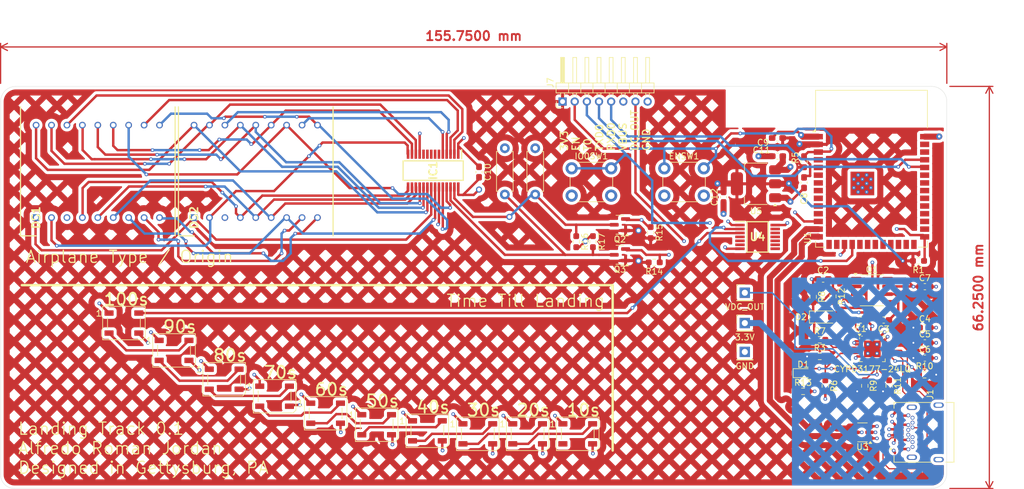
<source format=kicad_pcb>
(kicad_pcb (version 20240108) (generator "pcbnew") (generator_version "8.0")
  (layers (0 "F.Cu" signal) (1 "In1.Cu" signal) (2 "In2.Cu" signal) (31 "B.Cu" signal) (34 "B.Paste" user) (35 "F.Paste" user) (36 "B.SilkS" user "B.Silkscreen") (37 "F.SilkS" user "F.Silkscreen") (38 "B.Mask" user) (39 "F.Mask" user) (44 "Edge.Cuts" user))
  (net 0 "")
  (net 1 "Net-(U2-VCCD)")
  (net 2 "GND")
  (net 3 "/VBUS")
  (net 4 "Net-(D2-K)")
  (net 5 "/DC_OUTPUT")
  (net 6 "/3.3V")
  (net 7 "/EN")
  (net 8 "/3V3")
  (net 9 "Net-(D1-K)")
  (net 10 "Net-(D1-A)")
  (net 11 "Net-(D2-A)")
  (net 12 "Net-(D3-DOUT)")
  (net 13 "Net-(D3-DIN)")
  (net 14 "Net-(D4-DOUT)")
  (net 15 "Net-(D5-DOUT)")
  (net 16 "Net-(D6-DOUT)")
  (net 17 "Net-(D7-DOUT)")
  (net 18 "Net-(D8-DOUT)")
  (net 19 "Net-(D10-DIN)")
  (net 20 "Net-(D10-DOUT)")
  (net 21 "Net-(D11-DOUT)")
  (net 23 "/ROW7")
  (net 24 "/ROW4")
  (net 25 "/ROW12")
  (net 26 "/ROW11")
  (net 27 "/ROW13")
  (net 28 "/COM1")
  (net 29 "/ROW9")
  (net 30 "/ROW8")
  (net 31 "/ROW2")
  (net 32 "/ROW5")
  (net 33 "/ROW6")
  (net 34 "/ROW14")
  (net 35 "/ROW0")
  (net 36 "/ROW3")
  (net 37 "/ROW1")
  (net 38 "/ROW10")
  (net 39 "/COM0")
  (net 42 "/COM2")
  (net 43 "/COM3")
  (net 46 "/ESP9")
  (net 48 "/ESP8")
  (net 51 "/CC2")
  (net 54 "/CC1")
  (net 57 "/DP1")
  (net 60 "/DN1")
  (net 65 "Net-(J4-Pin_1)")
  (net 66 "/RXD0")
  (net 67 "/IO0")
  (net 68 "/TXD0")
  (net 69 "/ISNK_COARSE")
  (net 70 "/VBUS_FET_EN")
  (net 71 "Net-(U2-FLIP)")
  (net 72 "Net-(U2-HPI_SCL)")
  (net 73 "Net-(U2-HPI_SDA)")
  (net 98 "/D+")
  (net 100 "/ESP10")
  (net 104 "/D-")
  (net 112 "/HTSCL")
  (net 113 "/HTSDA")
  (footprint "Resistor_SMD:R_0603_1608Metric_Pad0.98x0.95mm_HandSolder" (layer "F.Cu") (at 186.3375 105.25)
    (property "Reference" "R13" (at 0 -1.43 0) (layer "F.SilkS"))
    (property "Value" "220Ω" (hide yes))
    (pad "1" smd roundrect (at -0.9125 0) (size 0.975 0.95) (layers "F.Cu" "F.Paste" "F.Mask") (net 9 "Net-(D1-K)"))
    (pad "2" smd roundrect (at 0.9125 0) (size 0.975 0.95) (layers "F.Cu" "F.Paste" "F.Mask") (net 2 "GND"))
  )
  (footprint "Capacitor_SMD:C_0603_1608Metric_Pad1.08x0.95mm_HandSolder" (layer "F.Cu") (at 206.3875 88)
    (property "Reference" "C7" (at 0 -1.43 0) (layer "F.SilkS"))
    (property "Value" "3.3uF" (hide yes))
    (pad "1" smd roundrect (at -0.8625 0) (size 1.075 0.95) (layers "F.Cu" "F.Paste" "F.Mask") (net 3 "/VBUS"))
    (pad "2" smd roundrect (at 0.8625 0) (size 1.075 0.95) (layers "F.Cu" "F.Paste" "F.Mask") (net 2 "GND"))
  )
  (footprint "Resistor_SMD:R_0603_1608Metric_Pad0.98x0.95mm_HandSolder" (layer "F.Cu") (at 189.0875 96.75)
    (property "Reference" "R7" (at 0 -1.43 0) (layer "F.SilkS"))
    (property "Value" "1kΩ" (hide yes))
    (pad "1" smd roundrect (at -0.9125 0) (size 0.975 0.95) (layers "F.Cu" "F.Paste" "F.Mask") (net 4 "Net-(D2-K)"))
    (pad "2" smd roundrect (at 0.9125 0) (size 0.975 0.95) (layers "F.Cu" "F.Paste" "F.Mask") (net 70 "/VBUS_FET_EN"))
  )
  (footprint "Package_TO_SOT_SMD:SOT-23-6" (layer "F.Cu") (at 196.1125 112 180)
    (property "Reference" "U3" (at 0 -2.4 0) (layer "F.SilkS"))
    (property "Value" "USBLC6-2SC6" (hide yes))
    (pad "1" smd roundrect (at -1.1375 -0.95 180) (size 1.325 0.6) (layers "F.Cu" "F.Paste" "F.Mask") (net 60 "/DN1"))
    (pad "2" smd roundrect (at -1.1375 0 180) (size 1.325 0.6) (layers "F.Cu" "F.Paste" "F.Mask") (net 2 "GND"))
    (pad "3" smd roundrect (at -1.1375 0.95 180) (size 1.325 0.6) (layers "F.Cu" "F.Paste" "F.Mask") (net 57 "/DP1"))
    (pad "4" smd roundrect (at 1.1375 0.95 180) (size 1.325 0.6) (layers "F.Cu" "F.Paste" "F.Mask") (net 98 "/D+"))
    (pad "5" smd roundrect (at 1.1375 0 180) (size 1.325 0.6) (layers "F.Cu" "F.Paste" "F.Mask") (net 3 "/VBUS"))
    (pad "6" smd roundrect (at 1.1375 -0.95 180) (size 1.325 0.6) (layers "F.Cu" "F.Paste" "F.Mask") (net 104 "/D-"))
  )
  (footprint "Resistor_SMD:R_0603_1608Metric_Pad0.98x0.95mm_HandSolder" (layer "F.Cu") (at 151.75 80.5875 -90)
    (property "Reference" "R17" (at 0 -1.43 90) (layer "F.SilkS"))
    (property "Value" "10kΩ" (hide yes))
    (pad "1" smd roundrect (at -0.9125 0 270) (size 0.975 0.95) (layers "F.Cu" "F.Paste" "F.Mask") (net 3 "/VBUS"))
    (pad "2" smd roundrect (at 0.9125 0 270) (size 0.975 0.95) (layers "F.Cu" "F.Paste" "F.Mask") (net 112 "/HTSCL"))
  )
  (footprint "Capacitor_SMD:C_0603_1608Metric_Pad1.08x0.95mm_HandSolder" (layer "F.Cu") (at 182.1125 63.5 180)
    (property "Reference" "C9" (at 2.3625 -0.75 0) (layer "F.SilkS"))
    (property "Value" "0.1uF" (hide yes))
    (pad "1" smd roundrect (at -0.8625 0 180) (size 1.075 0.95) (layers "F.Cu" "F.Paste" "F.Mask") (net 8 "/3V3"))
    (pad "2" smd roundrect (at 0.8625 0 180) (size 1.075 0.95) (layers "F.Cu" "F.Paste" "F.Mask") (net 2 "GND"))
  )
  (footprint "KiCAd Pretty:DIPS1524W51P254L2520H725Q18N" (layer "F.Cu") (at 60.09 76.62 90)
    (property "Reference" "DS1" (at 0 0 90) (layer "F.SilkS") (effects (font (size 1.27 1.27) (thickness 0.254))))
    (property "Value" "HDSP-A22C" (hide yes))
    (pad "1" thru_hole rect (at 0 0 90) (size 1.1 1.1) (drill 0.7) (layers "*.Cu" "*.Mask") (net 24 "/ROW4"))
    (pad "2" thru_hole circle (at 0 2.54 90) (size 1.1 1.1) (drill 0.7) (layers "*.Cu" "*.Mask") (net 26 "/ROW11"))
    (pad "3" thru_hole circle (at 0 5.08 90) (size 1.1 1.1) (drill 0.7) (layers "*.Cu" "*.Mask"))
    (pad "4" thru_hole circle (at 0 7.62 90) (size 1.1 1.1) (drill 0.7) (layers "*.Cu" "*.Mask") (net 38 "/ROW10"))
    (pad "5" thru_hole circle (at 0 10.16 90) (size 1.1 1.1) (drill 0.7) (layers "*.Cu" "*.Mask") (net 29 "/ROW9"))
    (pad "6" thru_hole circle (at 0 12.7 90) (size 1.1 1.1) (drill 0.7) (layers "*.Cu" "*.Mask") (net 30 "/ROW8"))
    (pad "7" thru_hole circle (at 0 15.24 90) (size 1.1 1.1) (drill 0.7) (layers "*.Cu" "*.Mask") (net 36 "/ROW3"))
    (pad "8" thru_hole circle (at 0 17.78 90) (size 1.1 1.1) (drill 0.7) (layers "*.Cu" "*.Mask") (net 34 "/ROW14"))
    (pad "9" thru_hole circle (at 0 20.32 90) (size 1.1 1.1) (drill 0.7) (layers "*.Cu" "*.Mask") (net 31 "/ROW2"))
    (pad "10" thru_hole circle (at 15.24 20.32 90) (size 1.1 1.1) (drill 0.7) (layers "*.Cu" "*.Mask") (net 37 "/ROW1"))
    (pad "11" thru_hole circle (at 15.24 17.78 90) (size 1.1 1.1) (drill 0.7) (layers "*.Cu" "*.Mask") (net 28 "/COM1"))
    (pad "12" thru_hole circle (at 15.24 15.24 90) (size 1.1 1.1) (drill 0.7) (layers "*.Cu" "*.Mask") (net 35 "/ROW0"))
    (pad "13" thru_hole circle (at 15.24 12.7 90) (size 1.1 1.1) (drill 0.7) (layers "*.Cu" "*.Mask") (net 25 "/ROW12"))
    (pad "14" thru_hole circle (at 15.24 10.16 90) (size 1.1 1.1) (drill 0.7) (layers "*.Cu" "*.Mask") (net 23 "/ROW7"))
    (pad "15" thru_hole circle (at 15.24 7.62 90) (size 1.1 1.1) (drill 0.7) (layers "*.Cu" "*.Mask") (net 33 "/ROW6"))
    (pad "16" thru_hole circle (at 15.24 5.08 90) (size 1.1 1.1) (drill 0.7) (layers "*.Cu" "*.Mask") (net 39 "/COM0"))
    (pad "17" thru_hole circle (at 15.24 2.54 90) (size 1.1 1.1) (drill 0.7) (layers "*.Cu" "*.Mask") (net 27 "/ROW13"))
    (pad "18" thru_hole circle (at 15.24 0 90) (size 1.1 1.1) (drill 0.7) (layers "*.Cu" "*.Mask") (net 32 "/ROW5"))
  )
  (footprint "Type C 31 M 04 (2):HRO_TYPE-C-31-M-04" (layer "F.Cu") (at 202.4475 112 90)
    (property "Reference" "J1" (at 6.25 4.8025 90) (layer "F.SilkS"))
    (property "Value" "TYPE-C-31-M-04" (hide yes))
    (pad "" np_thru_hole circle (at -3.6 0.56 90) (size 0.675 0.675) (drill 0.675) (layers "*.Cu" "*.Mask"))
    (pad "" np_thru_hole circle (at 3.75 0.56 90) (size 0.675 0.675) (drill 0.675) (layers "*.Cu" "*.Mask"))
    (pad "A1" smd rect (at -2.75 0 90) (size 0.3 0.9) (layers "F.Cu" "F.Paste" "F.Mask") (net 2 "GND"))
    (pad "A2" smd rect (at -2.25 0 90) (size 0.3 0.9) (layers "F.Cu" "F.Paste" "F.Mask"))
    (pad "A3" smd rect (at -1.75 0 90) (size 0.3 0.9) (layers "F.Cu" "F.Paste" "F.Mask"))
    (pad "A4" smd rect (at -1.25 0 90) (size 0.3 0.9) (layers "F.Cu" "F.Paste" "F.Mask") (net 3 "/VBUS"))
    (pad "A5" smd rect (at -0.75 0 90) (size 0.3 0.9) (layers "F.Cu" "F.Paste" "F.Mask") (net 54 "/CC1"))
    (pad "A6" smd rect (at -0.25 0 90) (size 0.3 0.9) (layers "F.Cu" "F.Paste" "F.Mask") (net 57 "/DP1"))
    (pad "A7" smd rect (at 0.25 0 90) (size 0.3 0.9) (layers "F.Cu" "F.Paste" "F.Mask") (net 60 "/DN1"))
    (pad "A8" smd rect (at 0.75 0 90) (size 0.3 0.9) (layers "F.Cu" "F.Paste" "F.Mask"))
    (pad "A9" smd rect (at 1.25 0 90) (size 0.3 0.9) (layers "F.Cu" "F.Paste" "F.Mask") (net 3 "/VBUS"))
    (pad "A10" smd rect (at 1.75 0 90) (size 0.3 0.9) (layers "F.Cu" "F.Paste" "F.Mask"))
    (pad "A11" smd rect (at 2.25 0 90) (size 0.3 0.9) (layers "F.Cu" "F.Paste" "F.Mask"))
    (pad "A12" smd rect (at 2.75 0 90) (size 0.3 0.9) (layers "F.Cu" "F.Paste" "F.Mask") (net 2 "GND"))
    (pad "B1" thru_hole circle (at 2.8 1.21 90) (size 0.64 0.64) (drill 0.4) (layers "*.Cu" "*.Mask") (net 2 "GND"))
    (pad "B2" thru_hole circle (at 2.4 1.91 90) (size 0.64 0.64) (drill 0.4) (layers "*.Cu" "*.Mask"))
    (pad "B3" thru_hole circle (at 1.6 1.91 90) (size 0.64 0.64) (drill 0.4) (layers "*.Cu" "*.Mask"))
    (pad "B4" thru_hole circle (at 1.2 1.21 90) (size 0.64 0.64) (drill 0.4) (layers "*.Cu" "*.Mask") (net 3 "/VBUS"))
    (pad "B5" thru_hole circle (at 0.8 1.91 90) (size 0.64 0.64) (drill 0.4) (layers "*.Cu" "*.Mask") (net 51 "/CC2"))
    (pad "B6" thru_hole circle (at 0.4 1.21 90) (size 0.64 0.64) (drill 0.4) (layers "*.Cu" "*.Mask") (net 57 "/DP1"))
    (pad "B7" thru_hole circle (at -0.4 1.21 90) (size 0.64 0.64) (drill 0.4) (layers "*.Cu" "*.Mask") (net 60 "/DN1"))
    (pad "B8" thru_hole circle (at -0.8 1.91 90) (size 0.64 0.64) (drill 0.4) (layers "*.Cu" "*.Mask"))
    (pad "B9" thru_hole circle (at -1.2 1.21 90) (size 0.64 0.64) (drill 0.4) (layers "*.Cu" "*.Mask") (net 3 "/VBUS"))
    (pad "B10" thru_hole circle (at -1.6 1.91 90) (size 0.64 0.64) (drill 0.4) (layers "*.Cu" "*.Mask"))
    (pad "B11" thru_hole circle (at -2.4 1.91 90) (size 0.64 0.64) (drill 0.4) (layers "*.Cu" "*.Mask"))
    (pad "B12" thru_hole circle (at -2.8 1.21 90) (size 0.64 0.64) (drill 0.4) (layers "*.Cu" "*.Mask") (net 2 "GND"))
    (pad "S1" smd rect (at -3.37 -0.99 90) (size 0.5 0.3) (layers "F.Cu" "F.Paste" "F.Mask") (net 2 "GND"))
    (pad "S2" smd rect (at -1.25 -0.99 90) (size 0.5 0.3) (layers "F.Cu" "F.Paste" "F.Mask") (net 2 "GND"))
    (pad "S3" smd rect (at 1.25 -0.99 90) (size 0.5 0.3) (layers "F.Cu" "F.Paste" "F.Mask") (net 2 "GND"))
    (pad "S4" smd rect (at 3.38 -0.99 90) (size 0.5 0.3) (layers "F.Cu" "F.Paste" "F.Mask") (net 2 "GND"))
    (pad "S5" thru_hole oval (at -4.12 1.8 90) (size 0.85 1.7) (drill oval 0.55 1.15) (layers "*.Cu" "*.Mask") (net 2 "GND"))
    (pad "S6" thru_hole oval (at 4.12 1.8 90) (size 0.85 1.7) (drill oval 0.55 1.15) (layers "*.Cu" "*.Mask") (net 2 "GND"))
    (pad "S7" thru_hole oval (at -4.49 6.2 90) (size 0.85 1.7) (drill oval 0.55 1.15) (layers "*.Cu" "*.Mask") (net 2 "GND"))
    (pad "S8" thru_hole oval (at 4.48 6.2 90) (size 0.85 1.7) (drill oval 0.55 1.15) (layers "*.Cu" "*.Mask") (net 2 "GND"))
  )
  (footprint "Connector_PinHeader_2.00mm:PinHeader_1x08_P2.00mm_Horizontal" (layer "F.Cu") (at 146.75 57.5 90)
    (property "Reference" "J7" (at 3.1 -2 90) (layer "F.SilkS"))
    (property "Value" "Conn_01x08")
    (pad "1" thru_hole rect (at 0 0 90) (size 1.35 1.35) (drill 0.8) (layers "*.Cu" "*.Mask") (net 8 "/3V3"))
    (pad "2" thru_hole oval (at 0 2 90) (size 1.35 1.35) (drill 0.8) (layers "*.Cu" "*.Mask") (net 7 "/EN"))
    (pad "3" thru_hole oval (at 0 4 90) (size 1.35 1.35) (drill 0.8) (layers "*.Cu" "*.Mask") (net 67 "/IO0"))
    (pad "4" thru_hole oval (at 0 6 90) (size 1.35 1.35) (drill 0.8) (layers "*.Cu" "*.Mask") (net 68 "/TXD0"))
    (pad "5" thru_hole oval (at 0 8 90) (size 1.35 1.35) (drill 0.8) (layers "*.Cu" "*.Mask") (net 66 "/RXD0"))
    (pad "6" thru_hole oval (at 0 10 90) (size 1.35 1.35) (drill 0.8) (layers "*.Cu" "*.Mask") (net 3 "/VBUS"))
    (pad "7" thru_hole oval (at 0 12 90) (size 1.35 1.35) (drill 0.8) (layers "*.Cu" "*.Mask") (net 5 "/DC_OUTPUT"))
    (pad "8" thru_hole oval (at 0 14 90) (size 1.35 1.35) (drill 0.8) (layers "*.Cu" "*.Mask") (net 2 "GND"))
  )
  (footprint "LED_SMD:LED_WS2812B_PLCC4_5.0x5.0mm_P3.2mm" (layer "F.Cu") (at 141 112.25)
    (property "Reference" "D11" (hide yes))
    (property "Value" "WS2812B")
    (fp_text user "1" (at -4.15 -1.6 0) (layer "F.SilkS"))
    (pad "1" smd roundrect (at -2.45 -1.65) (size 1.5 0.9) (layers "F.Cu" "F.Paste" "F.Mask") (roundrect_rratio 0.1) (net 3 "/VBUS"))
    (pad "2" smd roundrect (at -2.45 1.65) (size 1.5 0.9) (layers "F.Cu" "F.Paste" "F.Mask") (roundrect_rratio 0.1) (net 21 "Net-(D11-DOUT)"))
    (pad "3" smd roundrect (at 2.45 1.65) (size 1.5 0.9) (layers "F.Cu" "F.Paste" "F.Mask") (roundrect_rratio 0.1) (net 2 "GND"))
    (pad "4" smd roundrect (at 2.45 -1.65) (size 1.5 0.9) (layers "F.Cu" "F.Paste" "F.Mask") (roundrect_rratio 0.1) (net 20 "Net-(D10-DOUT)"))
  )
  (footprint "Capacitor_SMD:C_0603_1608Metric_Pad1.08x0.95mm_HandSolder" (layer "F.Cu") (at 195.8375 93.5 180)
    (property "Reference" "C1" (at 0 -1.43 0) (layer "F.SilkS"))
    (property "Value" "1uF" (hide yes))
    (pad "1" smd roundrect (at -0.8625 0 180) (size 1.075 0.95) (layers "F.Cu" "F.Paste" "F.Mask") (net 2 "GND"))
    (pad "2" smd roundrect (at 0.8625 0 180) (size 1.075 0.95) (layers "F.Cu" "F.Paste" "F.Mask") (net 1 "Net-(U2-VCCD)"))
  )
  (footprint "Resistor_THT:R_Axial_DIN0207_L6.3mm_D2.5mm_P7.62mm_Horizontal" (layer "F.Cu") (at 137.25 72.81 90)
    (property "Reference" "R2" (hide yes))
    (property "Value" "4.7kΩ" (hide yes))
    (pad "1" thru_hole circle (at 0 0 90) (size 1.6 1.6) (drill 0.8) (layers "*.Cu" "*.Mask") (net 112 "/HTSCL"))
    (pad "2" thru_hole oval (at 7.62 0 90) (size 1.6 1.6) (drill 0.8) (layers "*.Cu" "*.Mask") (net 3 "/VBUS"))
  )
  (footprint "Capacitor_SMD:C_0603_1608Metric_Pad1.08x0.95mm_HandSolder" (layer "F.Cu") (at 199.6125 93.5)
    (property "Reference" "C3" (at 0 1.5 0) (layer "F.SilkS"))
    (property "Value" "1uF" (hide yes))
    (pad "1" smd roundrect (at -0.8625 0) (size 1.075 0.95) (layers "F.Cu" "F.Paste" "F.Mask") (net 4 "Net-(D2-K)"))
    (pad "2" smd roundrect (at 0.8625 0) (size 1.075 0.95) (layers "F.Cu" "F.Paste" "F.Mask") (net 5 "/DC_OUTPUT"))
  )
  (footprint "LED_SMD:LED_WS2812B_PLCC4_5.0x5.0mm_P3.2mm" (layer "F.Cu") (at 116.15 110.75)
    (property "Reference" "D8" (hide yes))
    (property "Value" "WS2812B")
    (fp_text user "1" (at -4.15 -1.6 0) (layer "F.SilkS"))
    (pad "1" smd roundrect (at -2.45 -1.65) (size 1.5 0.9) (layers "F.Cu" "F.Paste" "F.Mask") (roundrect_rratio 0.1) (net 3 "/VBUS"))
    (pad "2" smd roundrect (at -2.45 1.65) (size 1.5 0.9) (layers "F.Cu" "F.Paste" "F.Mask") (roundrect_rratio 0.1) (net 18 "Net-(D8-DOUT)"))
    (pad "3" smd roundrect (at 2.45 1.65) (size 1.5 0.9) (layers "F.Cu" "F.Paste" "F.Mask") (roundrect_rratio 0.1) (net 2 "GND"))
    (pad "4" smd roundrect (at 2.45 -1.65) (size 1.5 0.9) (layers "F.Cu" "F.Paste" "F.Mask") (roundrect_rratio 0.1) (net 17 "Net-(D7-DOUT)"))
  )
  (footprint "Capacitor_SMD:C_0603_1608Metric_Pad1.08x0.95mm_HandSolder" (layer "F.Cu") (at 189.6375 86.75)
    (property "Reference" "C2" (at 0 -1.43 0) (layer "F.SilkS"))
    (property "Value" "1uF" (hide yes))
    (pad "1" smd roundrect (at -0.8625 0) (size 1.075 0.95) (layers "F.Cu" "F.Paste" "F.Mask") (net 3 "/VBUS"))
    (pad "2" smd roundrect (at 0.8625 0) (size 1.075 0.95) (layers "F.Cu" "F.Paste" "F.Mask") (net 4 "Net-(D2-K)"))
  )
  (footprint "Connector_PinHeader_2.54mm:PinHeader_1x01_P2.54mm_Vertical" (layer "F.Cu") (at 176.75 98.75)
    (property "Reference" "J2" (hide yes))
    (property "Value" "GND" (at 0 2.33 0) (layer "F.SilkS"))
    (pad "1" thru_hole rect (at 0 0) (size 1.7 1.7) (drill 1) (layers "*.Cu" "*.Mask") (net 2 "GND"))
  )
  (footprint "Button_Switch_THT:SW_PUSH_6mm" (layer "F.Cu") (at 163.5 68.5)
    (property "Reference" "ENSW1" (at 3.25 -2 0) (layer "F.SilkS"))
    (property "Value" "SW_Push")
    (pad "1" thru_hole circle (at 0 0 90) (size 2 2) (drill 1.1) (layers "*.Cu" "*.Mask") (net 7 "/EN"))
    (pad "1" thru_hole circle (at 6.5 0 90) (size 2 2) (drill 1.1) (layers "*.Cu" "*.Mask") (net 7 "/EN"))
    (pad "2" thru_hole circle (at 0 4.5 90) (size 2 2) (drill 1.1) (layers "*.Cu" "*.Mask") (net 2 "GND"))
    (pad "2" thru_hole circle (at 6.5 4.5 90) (size 2 2) (drill 1.1) (layers "*.Cu" "*.Mask") (net 2 "GND"))
  )
  (footprint "Package_TO_SOT_SMD:SOT-223-3_TabPin2" (layer "F.Cu") (at 178.6 71.05 180)
    (property "Reference" "U5" (at 0 -4.5 0) (layer "F.SilkS"))
    (property "Value" "AMS1117-3.3" (hide yes))
    (pad "1" smd roundrect (at -3.15 -2.3 180) (size 2 1.5) (layers "F.Cu" "F.Paste" "F.Mask") (net 2 "GND"))
    (pad "2" smd roundrect (at -3.15 0 180) (size 2 1.5) (layers "F.Cu" "F.Paste" "F.Mask") (net 8 "/3V3"))
    (pad "2" smd roundrect (at 3.15 0 180) (size 2 3.8) (layers "F.Cu" "F.Paste" "F.Mask") (net 8 "/3V3"))
    (pad "3" smd roundrect (at -3.15 2.3 180) (size 2 1.5) (layers "F.Cu" "F.Paste" "F.Mask") (net 3 "/VBUS"))
  )
  (footprint "KiCAd Pretty:SOP64P600X175-28N" (layer "F.Cu") (at 125.45 68.872 -90)
    (property "Reference" "IC1" (at 0 0 90) (layer "F.SilkS") (effects (font (size 1.27 1.27) (thickness 0.254))))
    (property "Value" "HT16K33A-28SSOP" (hide yes))
    (pad "1" smd rect (at -2.7 -4.128) (size 0.435 1.5) (layers "F.Cu" "F.Paste" "F.Mask") (net 2 "GND"))
    (pad "2" smd rect (at -2.7 -3.492) (size 0.435 1.5) (layers "F.Cu" "F.Paste" "F.Mask") (net 39 "/COM0"))
    (pad "3" smd rect (at -2.7 -2.858) (size 0.435 1.5) (layers "F.Cu" "F.Paste" "F.Mask") (net 28 "/COM1"))
    (pad "4" smd rect (at -2.7 -2.222) (size 0.435 1.5) (layers "F.Cu" "F.Paste" "F.Mask") (net 42 "/COM2"))
    (pad "5" smd rect (at -2.7 -1.588) (size 0.435 1.5) (layers "F.Cu" "F.Paste" "F.Mask") (net 43 "/COM3"))
    (pad "6" smd rect (at -2.7 -0.952) (size 0.435 1.5) (layers "F.Cu" "F.Paste" "F.Mask"))
    (pad "7" smd rect (at -2.7 -0.318) (size 0.435 1.5) (layers "F.Cu" "F.Paste" "F.Mask"))
    (pad "8" smd rect (at -2.7 0.318) (size 0.435 1.5) (layers "F.Cu" "F.Paste" "F.Mask"))
    (pad "9" smd rect (at -2.7 0.952) (size 0.435 1.5) (layers "F.Cu" "F.Paste" "F.Mask"))
    (pad "10" smd rect (at -2.7 1.588) (size 0.435 1.5) (layers "F.Cu" "F.Paste" "F.Mask"))
    (pad "11" smd rect (at -2.7 2.222) (size 0.435 1.5) (layers "F.Cu" "F.Paste" "F.Mask") (net 34 "/ROW14"))
    (pad "12" smd rect (at -2.7 2.858) (size 0.435 1.5) (layers "F.Cu" "F.Paste" "F.Mask") (net 27 "/ROW13"))
    (pad "13" smd rect (at -2.7 3.492) (size 0.435 1.5) (layers "F.Cu" "F.Paste" "F.Mask") (net 25 "/ROW12"))
    (pad "14" smd rect (at -2.7 4.128) (size 0.435 1.5) (layers "F.Cu" "F.Paste" "F.Mask") (net 26 "/ROW11"))
    (pad "15" smd rect (at 2.7 4.128) (size 0.435 1.5) (layers "F.Cu" "F.Paste" "F.Mask") (net 38 "/ROW10"))
    (pad "16" smd rect (at 2.7 3.492) (size 0.435 1.5) (layers "F.Cu" "F.Paste" "F.Mask") (net 29 "/ROW9"))
    (pad "17" smd rect (at 2.7 2.858) (size 0.435 1.5) (layers "F.Cu" "F.Paste" "F.Mask") (net 30 "/ROW8"))
    (pad "18" smd rect (at 2.7 2.222) (size 0.435 1.5) (layers "F.Cu" "F.Paste" "F.Mask") (net 23 "/ROW7"))
    (pad "19" smd rect (at 2.7 1.588) (size 0.435 1.5) (layers "F.Cu" "F.Paste" "F.Mask") (net 33 "/ROW6"))
    (pad "20" smd rect (at 2.7 0.952) (size 0.435 1.5) (layers "F.Cu" "F.Paste" "F.Mask") (net 32 "/ROW5"))
    (pad "21" smd rect (at 2.7 0.318) (size 0.435 1.5) (layers "F.Cu" "F.Paste" "F.Mask") (net 24 "/ROW4"))
    (pad "22" smd rect (at 2.7 -0.318) (size 0.435 1.5) (layers "F.Cu" "F.Paste" "F.Mask") (net 36 "/ROW3"))
    (pad "23" smd rect (at 2.7 -0.952) (size 0.435 1.5) (layers "F.Cu" "F.Paste" "F.Mask") (net 31 "/ROW2"))
    (pad "24" smd rect (at 2.7 -1.588) (size 0.435 1.5) (layers "F.Cu" "F.Paste" "F.Mask") (net 37 "/ROW1"))
    (pad "25" smd rect (at 2.7 -2.222) (size 0.435 1.5) (layers "F.Cu" "F.Paste" "F.Mask") (net 35 "/ROW0"))
    (pad "26" smd rect (at 2.7 -2.858) (size 0.435 1.5) (layers "F.Cu" "F.Paste" "F.Mask") (net 112 "/HTSCL"))
    (pad "27" smd rect (at 2.7 -3.492) (size 0.435 1.5) (layers "F.Cu" "F.Paste" "F.Mask") (net 113 "/HTSDA"))
    (pad "28" smd rect (at 2.7 -4.128) (size 0.435 1.5) (layers "F.Cu" "F.Paste" "F.Mask") (net 3 "/VBUS"))
  )
  (footprint "Capacitor_SMD:C_0603_1608Metric_Pad1.08x0.95mm_HandSolder" (layer "F.Cu") (at 133 69.1125 -90)
    (property "Reference" "C10" (at 0 -1.43 90) (layer "F.SilkS"))
    (property "Value" "0.1uF" (hide yes))
    (pad "1" smd roundrect (at -0.8625 0 270) (size 1.075 0.95) (layers "F.Cu" "F.Paste" "F.Mask") (net 2 "GND"))
    (pad "2" smd roundrect (at 0.8625 0 270) (size 1.075 0.95) (layers "F.Cu" "F.Paste" "F.Mask") (net 3 "/VBUS"))
  )
  (footprint "LED_SMD:LED_WS2812B_PLCC4_5.0x5.0mm_P3.2mm" (layer "F.Cu") (at 74.55 94)
    (property "Reference" "D3" (hide yes))
    (property "Value" "WS2812B")
    (fp_text user "1" (at -4.15 -1.6 0) (layer "F.SilkS"))
    (pad "1" smd roundrect (at -2.45 -1.65) (size 1.5 0.9) (layers "F.Cu" "F.Paste" "F.Mask") (roundrect_rratio 0.1) (net 3 "/VBUS"))
    (pad "2" smd roundrect (at -2.45 1.65) (size 1.5 0.9) (layers "F.Cu" "F.Paste" "F.Mask") (roundrect_rratio 0.1) (net 12 "Net-(D3-DOUT)"))
    (pad "3" smd roundrect (at 2.45 1.65) (size 1.5 0.9) (layers "F.Cu" "F.Paste" "F.Mask") (roundrect_rratio 0.1) (net 2 "GND"))
    (pad "4" smd roundrect (at 2.45 -1.65) (size 1.5 0.9) (layers "F.Cu" "F.Paste" "F.Mask") (roundrect_rratio 0.1) (net 13 "Net-(D3-DIN)"))
  )
  (footprint "Capacitor_SMD:C_0603_1608Metric_Pad1.08x0.95mm_HandSolder" (layer "F.Cu") (at 173.25 73.25 -90)
    (property "Reference" "C12" (at 0 1.5 90) (layer "F.SilkS"))
    (property "Value" "22uF" (hide yes))
    (pad "1" smd roundrect (at -0.8625 0 270) (size 1.075 0.95) (layers "F.Cu" "F.Paste" "F.Mask") (net 8 "/3V3"))
    (pad "2" smd roundrect (at 0.8625 0 270) (size 1.075 0.95) (layers "F.Cu" "F.Paste" "F.Mask") (net 2 "GND"))
  )
  (footprint "Resistor_SMD:R_0603_1608Metric_Pad0.98x0.95mm_HandSolder" (layer "F.Cu") (at 200.5 104.3375 -90)
    (property "Reference" "R11" (at 0 -1.43 90) (layer "F.SilkS"))
    (property "Value" "2.2kΩ" (hide yes))
    (pad "1" smd roundrect (at -0.9125 0 270) (size 0.975 0.95) (layers "F.Cu" "F.Paste" "F.Mask") (net 73 "Net-(U2-HPI_SDA)"))
    (pad "2" smd roundrect (at 0.9125 0 270) (size 0.975 0.95) (layers "F.Cu" "F.Paste" "F.Mask") (net 6 "/3.3V"))
  )
  (footprint "Resistor_SMD:R_0603_1608Metric_Pad0.98x0.95mm_HandSolder" (layer "F.Cu") (at 196.5 104.3375 -90)
    (property "Reference" "R9" (at 0 -1.43 90) (layer "F.SilkS"))
    (property "Value" "4.7kΩ" (hide yes))
    (pad "1" smd roundrect (at -0.9125 0 270) (size 0.975 0.95) (layers "F.Cu" "F.Paste" "F.Mask") (net 71 "Net-(U2-FLIP)"))
    (pad "2" smd roundrect (at 0.9125 0 270) (size 0.975 0.95) (layers "F.Cu" "F.Paste" "F.Mask") (net 6 "/3.3V"))
  )
  (footprint "Resistor_SMD:R_0603_1608Metric_Pad0.98x0.95mm_HandSolder" (layer "F.Cu") (at 206.3375 102.52)
    (property "Reference" "R10" (at 0 -1.43 0) (layer "F.SilkS"))
    (property "Value" "2.2kΩ" (hide yes))
    (pad "1" smd roundrect (at -0.9125 0) (size 0.975 0.95) (layers "F.Cu" "F.Paste" "F.Mask") (net 72 "Net-(U2-HPI_SCL)"))
    (pad "2" smd roundrect (at 0.9125 0) (size 0.975 0.95) (layers "F.Cu" "F.Paste" "F.Mask") (net 6 "/3.3V"))
  )
  (footprint "LED_SMD:LED_0603_1608Metric_Pad1.05x0.95mm_HandSolder" (layer "F.Cu") (at 186.375 102.25)
    (property "Reference" "D1" (at 0 -1.43 0) (layer "F.SilkS"))
    (property "Value" "LED" (hide yes))
    (pad "1" smd roundrect (at -0.875 0) (size 1.05 0.95) (layers "F.Cu" "F.Paste" "F.Mask") (net 9 "Net-(D1-K)"))
    (pad "2" smd roundrect (at 0.875 0) (size 1.05 0.95) (layers "F.Cu" "F.Paste" "F.Mask") (net 10 "Net-(D1-A)"))
  )
  (footprint "RF_Module:ESP32-S3-WROOM-1" (layer "F.Cu") (at 197.6 68.54)
    (property "Reference" "U1" (at -10.5 11.4 90) (layer "F.SilkS"))
    (property "Value" "ESP32-S3-WROOM-1" (hide yes))
    (pad "1" smd rect (at -8.75 -5.26) (size 1.5 0.9) (layers "F.Cu" "F.Paste" "F.Mask") (net 2 "GND"))
    (pad "2" smd rect (at -8.75 -3.99) (size 1.5 0.9) (layers "F.Cu" "F.Paste" "F.Mask") (net 8 "/3V3"))
    (pad "3" smd rect (at -8.75 -2.72) (size 1.5 0.9) (layers "F.Cu" "F.Paste" "F.Mask") (net 7 "/EN"))
    (pad "4" smd rect (at -8.75 -1.45) (size 1.5 0.9) (layers "F.Cu" "F.Paste" "F.Mask"))
    (pad "5" smd rect (at -8.75 -0.18) (size 1.5 0.9) (layers "F.Cu" "F.Paste" "F.Mask"))
    (pad "6" smd rect (at -8.75 1.09) (size 1.5 0.9) (layers "F.Cu" "F.Paste" "F.Mask"))
    (pad "7" smd rect (at -8.75 2.36) (size 1.5 0.9) (layers "F.Cu" "F.Paste" "F.Mask"))
    (pad "8" smd rect (at -8.75 3.63) (size 1.5 0.9) (layers "F.Cu" "F.Paste" "F.Mask"))
    (pad "9" smd rect (at -8.75 4.9) (size 1.5 0.9) (layers "F.Cu" "F.Paste" "F.Mask"))
    (pad "10" smd rect (at -8.75 6.17) (size 1.5 0.9) (layers "F.Cu" "F.Paste" "F.Mask"))
    (pad "11" smd rect (at -8.75 7.44) (size 1.5 0.9) (layers "F.Cu" "F.Paste" "F.Mask"))
    (pad "12" smd rect (at -8.75 8.71) (size 1.5 0.9) (layers "F.Cu" "F.Paste" "F.Mask") (net 48 "/ESP8"))
    (pad "13" smd rect (at -8.75 9.98) (size 1.5 0.9) (layers "F.Cu" "F.Paste" "F.Mask") (net 104 "/D-"))
    (pad "14" smd rect (at -8.75 11.25 180) (size 1.5 0.9) (layers "F.Cu" "F.Paste" "F.Mask") (net 98 "/D+"))
    (pad "15" smd rect (at -6.985 12.5 270) (size 1.5 0.9) (layers "F.Cu" "F.Paste" "F.Mask"))
    (pad "16" smd rect (at -5.715 12.5 270) (size 1.5 0.9) (layers "F.Cu" "F.Paste" "F.Mask"))
    (pad "17" smd rect (at -4.445 12.5 270) (size 1.5 0.9) (layers "F.Cu" "F.Paste" "F.Mask") (net 46 "/ESP9"))
    (pad "18" smd rect (at -3.175 12.5 270) (size 1.5 0.9) (layers "F.Cu" "F.Paste" "F.Mask") (net 100 "/ESP10"))
    (pad "19" smd rect (at -1.905 12.5 270) (size 1.5 0.9) (layers "F.Cu" "F.Paste" "F.Mask"))
    (pad "20" smd rect (at -0.635 12.5 270) (size 1.5 0.9) (layers "F.Cu" "F.Paste" "F.Mask"))
    (pad "21" smd rect (at 0.635 12.5 270) (size 1.5 0.9) (layers "F.Cu" "F.Paste" "F.Mask"))
    (pad "22" smd rect (at 1.905 12.5 270) (size 1.5 0.9) (layers "F.Cu" "F.Paste" "F.Mask"))
    (pad "23" smd rect (at 3.175 12.5 270) (size 1.5 0.9) (layers "F.Cu" "F.Paste" "F.Mask"))
    (pad "24" smd rect (at 4.445 12.5 270) (size 1.5 0.9) (layers "F.Cu" "F.Paste" "F.Mask"))
    (pad "25" smd rect (at 5.715 12.5 270) (size 1.5 0.9) (layers "F.Cu" "F.Paste" "F.Mask"))
    (pad "26" smd rect (at 6.985 12.5 270) (size 1.5 0.9) (layers "F.Cu" "F.Paste" "F.Mask"))
    (pad "27" smd rect (at 8.75 11.25) (size 1.5 0.9) (layers "F.Cu" "F.Paste" "F.Mask") (net 67 "/IO0"))
    (pad "28" smd rect (at 8.75 9.98) (size 1.5 0.9) (layers "F.Cu" "F.Paste" "F.Mask"))
    (pad "29" smd rect (at 8.75 8.71) (size 1.5 0.9) (layers "F.Cu" "F.Paste" "F.Mask"))
    (pad "30" smd rect (at 8.75 7.44) (size 1.5 0.9) (layers "F.Cu" "F.Paste" "F.Mask"))
    (pad "31" smd rect (at 8.75 6.17) (size 1.5 0.9) (layers "F.Cu" "F.Paste" "F.Mask"))
    (pad "32" smd rect (at 8.75 4.9) (size 1.5 0.9) (layers "F.Cu" "F.Paste" "F.Mask"))
    (pad "33" smd rect (at 8.75 3.63) (size 1.5 0.9) (layers "F.Cu" "F.Paste" "F.Mask"))
    (pad "34" smd rect (at 8.75 2.36) (size 1.5 0.9) (layers "F.Cu" "F.Paste" "F.Mask"))
    (pad "35" smd rect (at 8.75 1.09) (size 1.5 0.9) (layers "F.Cu" "F.Paste" "F.Mask"))
    (pad "36" smd rect (at 8.75 -0.18) (size 1.5 0.9) (layers "F.Cu" "F.Paste" "F.Mask") (net 66 "/RXD0"))
    (pad "37" smd rect (at 8.75 -1.45) (size 1.5 0.9) (layers "F.Cu" "F.Paste" "F.Mask") (net 68 "/TXD0"))
    (pad "38" smd rect (at 8.75 -2.72) (size 1.5 0.9) (layers "F.Cu" "F.Paste" "F.Mask"))
    (pad "39" smd rect (at 8.75 -3.99) (size 1.5 0.9) (layers "F.Cu" "F.Paste" "F.Mask"))
    (pad "40" smd rect (at 8.75 -5.26) (size 1.5 0.9) (layers "F.Cu" "F.Paste" "F.Mask") (net 2 "GND"))
    (pad "41" thru_hole circle (at -2.9 1.76 90) (size 0.6 0.6) (drill 0.2) (property pad_prop_heatsink) (layers "*.Cu" "F.Mask") (net 2 "GND"))
    (pad "41" thru_hole circle (at -2.9 3.16) (size 0.6 0.6) (drill 0.2) (property pad_prop_heatsink) (layers "*.Cu" "F.Mask") (net 2 "GND"))
    (pad "41" thru_hole circle (at -2.2 1.06) (size 0.6 0.6) (drill 0.2) (property pad_prop_heatsink) (layers "*.Cu" "F.Mask") (net 2 "GND"))
    (pad "41" thru_hole circle (at -2.2 2.46) (size 0.6 0.6) (drill 0.2) (property pad_prop_heatsink) (layers "*.Cu" "F.Mask") (net 2 "GND"))
    (pad "41" thru_hole circle (at -2.2 3.86) (size 0.6 0.6) (drill 0.2) (property pad_prop_heatsink) (layers "*.Cu" "F.Mask") (net 2 "GND"))
    (pad "41" thru_hole circle (at -1.5 1.76) (size 0.6 0.6) (drill 0.2) (property pad_prop_heatsink) (layers "*.Cu" "F.Mask") (net 2 "GND"))
    (pad "41" smd rect (at -1.5 2.46 270) (size 3.9 3.9) (layers "F.Cu" "F.Mask") (net 2 "GND"))
    (pad "41" thru_hole circle (at -1.5 3.16) (size 0.6 0.6) (drill 0.2) (property pad_prop_heatsink) (layers "*.Cu" "F.Mask") (net 2 "GND"))
    (pad "41" thru_hole circle (at -0.8 1.06) (size 0.6 0.6) (drill 0.2) (property pad_prop_heatsink) (layers "*.Cu" "F.Mask") (net 2 "GND"))
    (pad "41" thru_hole circle (at -0.8 2.46) (size 0.6 0.6) (drill 0.2) (property pad_prop_heatsink) (layers "*.Cu" "F.Mask") (net 2 "GND"))
    (pad "41" thru_hole circle (at -0.8 3.86) (size 0.6 0.6) (drill 0.2) (property pad_prop_heatsink) (layers "*.Cu" "F.Mask") (net 2 "GND"))
    (pad "41" thru_hole circle (at -0.1 1.76) (size 0.6 0.6) (drill 0.2) (property pad_prop_heatsink) (layers "*.Cu" "F.Mask") (net 2 "GND"))
    (pad "41" thru_hole circle (at -0.1 3.16) (size 0.6 0.6) (drill 0.2) (property pad_prop_heatsink) (layers "*.Cu" "F.Mask") (net 2 "GND"))
    (zone (net 0) (net_name "") (layers "F.Cu" "In1.Cu" "B.Cu") (connect_pads (clearance 0)) (min_thickness 0.254)
      (keepout (tracks not_allowed) (vias not_allowed) (pads not_allowed) (copperpour not_allowed) (footprints not_allowed))
      (fill (thermal_gap 0.508) (thermal_bridge_width 0.508))
      (polygon (pts (xy 173.6 61.79) (xy 221.6 61.79) (xy 221.6 40.79) (xy 173.6 40.79)))
    )
  )
  (footprint "Package_DFN_QFN:QFN-24-1EP_4x4mm_P0.5mm_EP2.75x2.75mm" (layer "F.Cu") (at 197.75 98.25)
    (property "Reference" "U2" (hide yes))
    (property "Value" "CYPD3177-24LQ" (at 0 3.33 0) (layer "F.SilkS"))
    (pad "1" smd roundrect (at -1.975 -1.25) (size 0.8 0.25) (layers "F.Cu" "F.Paste" "F.Mask") (net 2 "GND"))
    (pad "2" smd roundrect (at -1.975 -0.75) (size 0.8 0.25) (layers "F.Cu" "F.Paste" "F.Mask") (net 2 "GND"))
    (pad "3" smd roundrect (at -1.975 -0.25) (size 0.8 0.25) (layers "F.Cu" "F.Paste" "F.Mask") (net 70 "/VBUS_FET_EN"))
    (pad "4" smd roundrect (at -1.975 0.25) (size 0.8 0.25) (layers "F.Cu" "F.Paste" "F.Mask"))
    (pad "5" smd roundrect (at -1.975 0.75) (size 0.8 0.25) (layers "F.Cu" "F.Paste" "F.Mask") (net 69 "/ISNK_COARSE"))
    (pad "6" smd roundrect (at -1.975 1.25) (size 0.8 0.25) (layers "F.Cu" "F.Paste" "F.Mask") (net 2 "GND"))
    (pad "7" smd roundrect (at -1.25 1.975) (size 0.25 0.8) (layers "F.Cu" "F.Paste" "F.Mask"))
    (pad "8" smd roundrect (at -0.75 1.975) (size 0.25 0.8) (layers "F.Cu" "F.Paste" "F.Mask"))
    (pad "9" smd roundrect (at -0.25 1.975) (size 0.25 0.8) (layers "F.Cu" "F.Paste" "F.Mask") (net 10 "Net-(D1-A)"))
    (pad "10" smd roundrect (at 0.25 1.975) (size 0.25 0.8) (layers "F.Cu" "F.Paste" "F.Mask") (net 71 "Net-(U2-FLIP)"))
    (pad "11" smd roundrect (at 0.75 1.975) (size 0.25 0.8) (layers "F.Cu" "F.Paste" "F.Mask") (net 65 "Net-(J4-Pin_1)"))
    (pad "12" smd roundrect (at 1.25 1.975) (size 0.25 0.8) (layers "F.Cu" "F.Paste" "F.Mask") (net 73 "Net-(U2-HPI_SDA)"))
    (pad "13" smd roundrect (at 1.975 1.25) (size 0.8 0.25) (layers "F.Cu" "F.Paste" "F.Mask") (net 72 "Net-(U2-HPI_SCL)"))
    (pad "14" smd roundrect (at 1.975 0.75) (size 0.8 0.25) (layers "F.Cu" "F.Paste" "F.Mask") (net 51 "/CC2"))
    (pad "15" smd roundrect (at 1.975 0.25) (size 0.8 0.25) (layers "F.Cu" "F.Paste" "F.Mask") (net 54 "/CC1"))
    (pad "16" smd roundrect (at 1.975 -0.25) (size 0.8 0.25) (layers "F.Cu" "F.Paste" "F.Mask"))
    (pad "17" smd roundrect (at 1.975 -0.75) (size 0.8 0.25) (layers "F.Cu" "F.Paste" "F.Mask"))
    (pad "18" smd roundrect (at 1.975 -1.25) (size 0.8 0.25) (layers "F.Cu" "F.Paste" "F.Mask") (net 3 "/VBUS"))
    (pad "19" smd roundrect (at 1.25 -1.975) (size 0.25 0.8) (layers "F.Cu" "F.Paste" "F.Mask") (net 2 "GND"))
    (pad "20" smd roundrect (at 0.75 -1.975) (size 0.25 0.8) (layers "F.Cu" "F.Paste" "F.Mask"))
    (pad "21" smd roundrect (at 0.25 -1.975) (size 0.25 0.8) (layers "F.Cu" "F.Paste" "F.Mask"))
    (pad "22" smd roundrect (at -0.25 -1.975) (size 0.25 0.8) (layers "F.Cu" "F.Paste" "F.Mask") (net 2 "GND"))
    (pad "23" smd roundrect (at -0.75 -1.975) (size 0.25 0.8) (layers "F.Cu" "F.Paste" "F.Mask") (net 6 "/3.3V"))
    (pad "24" smd roundrect (at -1.25 -1.975) (size 0.25 0.8) (layers "F.Cu" "F.Paste" "F.Mask") (net 1 "Net-(U2-VCCD)"))
    (pad "25" smd rect (at 0 0) (size 2.75 2.75) (property pad_prop_heatsink) (layers "F.Cu" "F.Mask") (net 2 "GND"))
  )
  (footprint "Connector_PinHeader_2.54mm:PinHeader_1x01_P2.54mm_Vertical" (layer "F.Cu") (at 176.75 94)
    (property "Reference" "J3" (hide yes))
    (property "Value" "3.3V" (at 0 2.33 0) (layer "F.SilkS"))
    (pad "1" thru_hole rect (at 0 0) (size 1.7 1.7) (drill 1) (layers "*.Cu" "*.Mask") (net 6 "/3.3V"))
  )
  (footprint "Package_TO_SOT_SMD:SOT-23" (layer "F.Cu") (at 156.1875 82.75 180)
    (property "Reference" "Q3" (at 0 -2.4 0) (layer "F.SilkS"))
    (property "Value" "BSS138" (hide yes))
    (pad "1" smd roundrect (at -0.9375 -0.95 180) (size 1.475 0.6) (layers "F.Cu" "F.Paste" "F.Mask") (net 8 "/3V3"))
    (pad "2" smd roundrect (at -0.9375 0.95 180) (size 1.475 0.6) (layers "F.Cu" "F.Paste" "F.Mask") (net 46 "/ESP9"))
    (pad "3" smd roundrect (at 0.9375 0 180) (size 1.475 0.6) (layers "F.Cu" "F.Paste" "F.Mask") (net 112 "/HTSCL"))
  )
  (footprint "LED_SMD:LED_WS2812B_PLCC4_5.0x5.0mm_P3.2mm" (layer "F.Cu") (at 132.8 112.25)
    (property "Reference" "D10" (hide yes))
    (property "Value" "WS2812B")
    (fp_text user "1" (at -4.15 -1.6 0) (layer "F.SilkS"))
    (pad "1" smd roundrect (at -2.45 -1.65) (size 1.5 0.9) (layers "F.Cu" "F.Paste" "F.Mask") (roundrect_rratio 0.1) (net 3 "/VBUS"))
    (pad "2" smd roundrect (at -2.45 1.65) (size 1.5 0.9) (layers "F.Cu" "F.Paste" "F.Mask") (roundrect_rratio 0.1) (net 20 "Net-(D10-DOUT)"))
    (pad "3" smd roundrect (at 2.45 1.65) (size 1.5 0.9) (layers "F.Cu" "F.Paste" "F.Mask") (roundrect_rratio 0.1) (net 2 "GND"))
    (pad "4" smd roundrect (at 2.45 -1.65) (size 1.5 0.9) (layers "F.Cu" "F.Paste" "F.Mask") (roundrect_rratio 0.1) (net 19 "Net-(D10-DIN)"))
  )
  (footprint "Capacitor_SMD:C_0603_1608Metric_Pad1.08x0.95mm_HandSolder" (layer "F.Cu") (at 206.3875 99.77)
    (property "Reference" "C6" (at 0 -1.43 0) (layer "F.SilkS"))
    (property "Value" "0.1uF" (hide yes))
    (pad "1" smd roundrect (at -0.8625 0) (size 1.075 0.95) (layers "F.Cu" "F.Paste" "F.Mask") (net 6 "/3.3V"))
    (pad "2" smd roundrect (at 0.8625 0) (size 1.075 0.95) (layers "F.Cu" "F.Paste" "F.Mask") (net 2 "GND"))
  )
  (footprint "Resistor_SMD:R_0603_1608Metric_Pad0.98x0.95mm_HandSolder" (layer "F.Cu") (at 205.3375 83.75)
    (property "Reference" "R1" (at 0 1.5 0) (layer "F.SilkS"))
    (property "Value" "10kΩ" (hide yes))
    (pad "1" smd roundrect (at -0.9125 0) (size 0.975 0.95) (layers "F.Cu" "F.Paste" "F.Mask") (net 8 "/3V3"))
    (pad "2" smd roundrect (at 0.9125 0) (size 0.975 0.95) (layers "F.Cu" "F.Paste" "F.Mask") (net 67 "/IO0"))
  )
  (footprint "LED_SMD:LED_WS2812B_PLCC4_5.0x5.0mm_P3.2mm" (layer "F.Cu") (at 149.25 112.25)
    (property "Reference" "D12" (hide yes))
    (property "Value" "WS2812B")
    (fp_text user "1" (at -4.15 -1.6 0) (layer "F.SilkS"))
    (pad "1" smd roundrect (at -2.45 -1.65) (size 1.5 0.9) (layers "F.Cu" "F.Paste" "F.Mask") (roundrect_rratio 0.1) (net 3 "/VBUS"))
    (pad "2" smd roundrect (at -2.45 1.65) (size 1.5 0.9) (layers "F.Cu" "F.Paste" "F.Mask") (roundrect_rratio 0.1))
    (pad "3" smd roundrect (at 2.45 1.65) (size 1.5 0.9) (layers "F.Cu" "F.Paste" "F.Mask") (roundrect_rratio 0.1) (net 2 "GND"))
    (pad "4" smd roundrect (at 2.45 -1.65) (size 1.5 0.9) (layers "F.Cu" "F.Paste" "F.Mask") (roundrect_rratio 0.1) (net 21 "Net-(D11-DOUT)"))
  )
  (footprint "Package_SO:SO-8_3.9x4.9mm_P1.27mm" (layer "F.Cu") (at 197.675 88.595)
    (property "Reference" "Q1" (at 0 -3.4 0) (layer "F.SilkS"))
    (property "Value" "IRF9358TRPBF" (hide yes))
    (pad "1" smd roundrect (at -2.575 -1.905) (size 1.75 0.6) (layers "F.Cu" "F.Paste" "F.Mask") (net 11 "Net-(D2-A)"))
    (pad "2" smd roundrect (at -2.575 -0.635) (size 1.75 0.6) (layers "F.Cu" "F.Paste" "F.Mask") (net 4 "Net-(D2-K)"))
    (pad "3" smd roundrect (at -2.575 0.635) (size 1.75 0.6) (layers "F.Cu" "F.Paste" "F.Mask") (net 11 "Net-(D2-A)"))
    (pad "4" smd roundrect (at -2.575 1.905) (size 1.75 0.6) (layers "F.Cu" "F.Paste" "F.Mask") (net 4 "Net-(D2-K)"))
    (pad "5" smd roundrect (at 2.575 1.905) (size 1.75 0.6) (layers "F.Cu" "F.Paste" "F.Mask") (net 5 "/DC_OUTPUT"))
    (pad "6" smd roundrect (at 2.575 0.635) (size 1.75 0.6) (layers "F.Cu" "F.Paste" "F.Mask") (net 5 "/DC_OUTPUT"))
    (pad "7" smd roundrect (at 2.575 -0.635) (size 1.75 0.6) (layers "F.Cu" "F.Paste" "F.Mask") (net 3 "/VBUS"))
    (pad "8" smd roundrect (at 2.575 -1.905) (size 1.75 0.6) (layers "F.Cu" "F.Paste" "F.Mask") (net 3 "/VBUS"))
  )
  (footprint "Resistor_SMD:R_0603_1608Metric_Pad0.98x0.95mm_HandSolder" (layer "F.Cu") (at 161.8375 84)
    (property "Reference" "R14" (at 0 1.5 0) (layer "F.SilkS"))
    (property "Value" "10kΩ" (hide yes))
    (pad "1" smd roundrect (at -0.9125 0) (size 0.975 0.95) (layers "F.Cu" "F.Paste" "F.Mask") (net 8 "/3V3"))
    (pad "2" smd roundrect (at 0.9125 0) (size 0.975 0.95) (layers "F.Cu" "F.Paste" "F.Mask") (net 46 "/ESP9"))
  )
  (footprint "LED_SMD:LED_WS2812B_PLCC4_5.0x5.0mm_P3.2mm" (layer "F.Cu") (at 124.5 111.75)
    (property "Reference" "D9" (hide yes))
    (property "Value" "WS2812B")
    (fp_text user "1" (at -4.15 -1.6 0) (layer "F.SilkS"))
    (pad "1" smd roundrect (at -2.45 -1.65) (size 1.5 0.9) (layers "F.Cu" "F.Paste" "F.Mask") (roundrect_rratio 0.1) (net 3 "/VBUS"))
    (pad "2" smd roundrect (at -2.45 1.65) (size 1.5 0.9) (layers "F.Cu" "F.Paste" "F.Mask") (roundrect_rratio 0.1) (net 19 "Net-(D10-DIN)"))
    (pad "3" smd roundrect (at 2.45 1.65) (size 1.5 0.9) (layers "F.Cu" "F.Paste" "F.Mask") (roundrect_rratio 0.1) (net 2 "GND"))
    (pad "4" smd roundrect (at 2.45 -1.65) (size 1.5 0.9) (layers "F.Cu" "F.Paste" "F.Mask") (roundrect_rratio 0.1) (net 18 "Net-(D8-DOUT)"))
  )
  (footprint "Capacitor_SMD:C_0603_1608Metric_Pad1.08x0.95mm_HandSolder" (layer "F.Cu") (at 182.1375 66.5 180)
    (property "Reference" "C11" (at 2.6375 1 0) (layer "F.SilkS"))
    (property "Value" "10uF" (hide yes))
    (pad "1" smd roundrect (at -0.8625 0 180) (size 1.075 0.95) (layers "F.Cu" "F.Paste" "F.Mask") (net 3 "/VBUS"))
    (pad "2" smd roundrect (at 0.8625 0 180) (size 1.075 0.95) (layers "F.Cu" "F.Paste" "F.Mask") (net 2 "GND"))
  )
  (footprint "Connector_PinHeader_2.54mm:PinHeader_1x01_P2.54mm_Vertical" (layer "F.Cu") (at 176.75 89)
    (property "Reference" "J4" (hide yes))
    (property "Value" "VDC_OUT" (at 0 2.33 0) (layer "F.SilkS"))
    (pad "1" thru_hole rect (at 0 0) (size 1.7 1.7) (drill 1) (layers "*.Cu" "*.Mask") (net 65 "Net-(J4-Pin_1)"))
  )
  (footprint "Capacitor_SMD:C_0603_1608Metric_Pad1.08x0.95mm_HandSolder" (layer "F.Cu") (at 206.3875 94.75)
    (property "Reference" "C4" (at 0 -1.43 0) (layer "F.SilkS"))
    (property "Value" "1uF" (hide yes))
    (pad "1" smd roundrect (at -0.8625 0) (size 1.075 0.95) (layers "F.Cu" "F.Paste" "F.Mask") (net 6 "/3.3V"))
    (pad "2" smd roundrect (at 0.8625 0) (size 1.075 0.95) (layers "F.Cu" "F.Paste" "F.Mask") (net 2 "GND"))
  )
  (footprint "Diode_SMD:D_SOD-123F" (layer "F.Cu") (at 189.6 93)
    (property "Reference" "D2" (at -3.6 0 0) (layer "F.SilkS"))
    (property "Value" "D_Zener" (hide yes))
    (pad "1" smd roundrect (at -1.4 0) (size 1.1 1.1) (layers "F.Cu" "F.Paste" "F.Mask") (roundrect_rratio 0.2272727273) (net 4 "Net-(D2-K)"))
    (pad "2" smd roundrect (at 1.4 0) (size 1.1 1.1) (layers "F.Cu" "F.Paste" "F.Mask") (roundrect_rratio 0.2272727273) (net 11 "Net-(D2-A)"))
  )
  (footprint "Capacitor_SMD:C_0603_1608Metric_Pad1.08x0.95mm_HandSolder" (layer "F.Cu") (at 186.5 70.8625 90)
    (property "Reference" "C8" (at -2.6375 0 90) (layer "F.SilkS"))
    (property "Value" "1uF" (hide yes))
    (pad "1" smd roundrect (at -0.8625 0 90) (size 1.075 0.95) (layers "F.Cu" "F.Paste" "F.Mask") (net 2 "GND"))
    (pad "2" smd roundrect (at 0.8625 0 90) (size 1.075 0.95) (layers "F.Cu" "F.Paste" "F.Mask") (net 7 "/EN"))
  )
  (footprint "Button_Switch_THT:SW_PUSH_6mm" (layer "F.Cu") (at 148.25 68.5)
    (property "Reference" "IO0SW1" (at 3.25 -2 0) (layer "F.SilkS"))
    (property "Value" "SW_Push" (hide yes))
    (pad "1" thru_hole circle (at 0 0 90) (size 2 2) (drill 1.1) (layers "*.Cu" "*.Mask") (net 67 "/IO0"))
    (pad "1" thru_hole circle (at 6.5 0 90) (size 2 2) (drill 1.1) (layers "*.Cu" "*.Mask") (net 67 "/IO0"))
    (pad "2" thru_hole circle (at 0 4.5 90) (size 2 2) (drill 1.1) (layers "*.Cu" "*.Mask") (net 2 "GND"))
    (pad "2" thru_hole circle (at 6.5 4.5 90) (size 2 2) (drill 1.1) (layers "*.Cu" "*.Mask") (net 2 "GND"))
  )
  (footprint "Resistor_SMD:R_0603_1608Metric_Pad0.98x0.95mm_HandSolder" (layer "F.Cu") (at 188 89.6725 -90)
    (property "Reference" "R8" (at 0 -1.43 90) (layer "F.SilkS"))
    (property "Value" "10kΩ" (hide yes))
    (pad "1" smd roundrect (at -0.9125 0 270) (size 0.975 0.95) (layers "F.Cu" "F.Paste" "F.Mask") (net 3 "/VBUS"))
    (pad "2" smd roundrect (at 0.9125 0 270) (size 0.975 0.95) (layers "F.Cu" "F.Paste" "F.Mask") (net 4 "Net-(D2-K)"))
  )
  (footprint "Resistor_THT:R_Axial_DIN0207_L6.3mm_D2.5mm_P7.62mm_Horizontal" (layer "F.Cu") (at 142.25 72.81 90)
    (property "Reference" "R4" (hide yes))
    (property "Value" "4.7kΩ" (hide yes))
    (pad "1" thru_hole circle (at 0 0 90) (size 1.6 1.6) (drill 0.8) (layers "*.Cu" "*.Mask") (net 113 "/HTSDA"))
    (pad "2" thru_hole oval (at 7.62 0 90) (size 1.6 1.6) (drill 0.8) (layers "*.Cu" "*.Mask") (net 3 "/VBUS"))
  )
  (footprint "KiCAd Pretty:DIPS1524W51P254L2520H725Q18N" (layer "F.Cu") (at 86.09 76.62 90)
    (property "Reference" "DS2" (at 0 0 90) (layer "F.SilkS") (effects (font (size 1.27 1.27) (thickness 0.254))))
    (property "Value" "HDSP-A22C" (hide yes))
    (pad "1" thru_hole rect (at 0 0 90) (size 1.1 1.1) (drill 0.7) (layers "*.Cu" "*.Mask") (net 24 "/ROW4"))
    (pad "2" thru_hole circle (at 0 2.54 90) (size 1.1 1.1) (drill 0.7) (layers "*.Cu" "*.Mask") (net 26 "/ROW11"))
    (pad "3" thru_hole circle (at 0 5.08 90) (size 1.1 1.1) (drill 0.7) (layers "*.Cu" "*.Mask"))
    (pad "4" thru_hole circle (at 0 7.62 90) (size 1.1 1.1) (drill 0.7) (layers "*.Cu" "*.Mask") (net 38 "/ROW10"))
    (pad "5" thru_hole circle (at 0 10.16 90) (size 1.1 1.1) (drill 0.7) (layers "*.Cu" "*.Mask") (net 29 "/ROW9"))
    (pad "6" thru_hole circle (at 0 12.7 90) (size 1.1 1.1) (drill 0.7) (layers "*.Cu" "*.Mask") (net 30 "/ROW8"))
    (pad "7" thru_hole circle (at 0 15.24 90) (size 1.1 1.1) (drill 0.7) (layers "*.Cu" "*.Mask") (net 36 "/ROW3"))
    (pad "8" thru_hole circle (at 0 17.78 90) (size 1.1 1.1) (drill 0.7) (layers "*.Cu" "*.Mask") (net 34 "/ROW14"))
    (pad "9" thru_hole circle (at 0 20.32 90) (size 1.1 1.1) (drill 0.7) (layers "*.Cu" "*.Mask") (net 31 "/ROW2"))
    (pad "10" thru_hole circle (at 15.24 20.32 90) (size 1.1 1.1) (drill 0.7) (layers "*.Cu" "*.Mask") (net 37 "/ROW1"))
    (pad "11" thru_hole circle (at 15.24 17.78 90) (size 1.1 1.1) (drill 0.7) (layers "*.Cu" "*.Mask") (net 43 "/COM3"))
    (pad "12" thru_hole circle (at 15.24 15.24 90) (size 1.1 1.1) (drill 0.7) (layers "*.Cu" "*.Mask") (net 35 "/ROW0"))
    (pad "13" thru_hole circle (at 15.24 12.7 90) (size 1.1 1.1) (drill 0.7) (layers "*.Cu" "*.Mask") (net 25 "/ROW12"))
    (pad "14" thru_hole circle (at 15.24 10.16 90) (size 1.1 1.1) (drill 0.7) (layers "*.Cu" "*.Mask") (net 23 "/ROW7"))
    (pad "15" thru_hole circle (at 15.24 7.62 90) (size 1.1 1.1) (drill 0.7) (layers "*.Cu" "*.Mask") (net 33 "/ROW6"))
    (pad "16" thru_hole circle (at 15.24 5.08 90) (size 1.1 1.1) (drill 0.7) (layers "*.Cu" "*.Mask") (net 42 "/COM2"))
    (pad "17" thru_hole circle (at 15.24 2.54 90) (size 1.1 1.1) (drill 0.7) (layers "*.Cu" "*.Mask") (net 27 "/ROW13"))
    (pad "18" thru_hole circle (at 15.24 0 90) (size 1.1 1.1) (drill 0.7) (layers "*.Cu" "*.Mask") (net 32 "/ROW5"))
  )
  (footprint "Resistor_SMD:R_0603_1608Metric_Pad0.98x0.95mm_HandSolder" (layer "F.Cu") (at 191.25 89.5975 -90)
    (property "Reference" "R12" (at 0 -1.43 90) (layer "F.SilkS"))
    (property "Value" "49.9kΩ" (hide yes))
    (pad "1" smd roundrect (at -0.9125 0 270) (size 0.975 0.95) (layers "F.Cu" "F.Paste" "F.Mask") (net 4 "Net-(D2-K)"))
    (pad "2" smd roundrect (at 0.9125 0 270) (size 0.975 0.95) (layers "F.Cu" "F.Paste" "F.Mask") (net 11 "Net-(D2-A)"))
  )
  (footprint "LED_SMD:LED_WS2812B_PLCC4_5.0x5.0mm_P3.2mm" (layer "F.Cu") (at 91.05 103.25)
    (property "Reference" "D5" (hide yes))
    (property "Value" "WS2812B")
    (fp_text user "1" (at -4.15 -1.6 0) (layer "F.SilkS"))
    (pad "1" smd roundrect (at -2.45 -1.65) (size 1.5 0.9) (layers "F.Cu" "F.Paste" "F.Mask") (roundrect_rratio 0.1) (net 3 "/VBUS"))
    (pad "2" smd roundrect (at -2.45 1.65) (size 1.5 0.9) (layers "F.Cu" "F.Paste" "F.Mask") (roundrect_rratio 0.1) (net 15 "Net-(D5-DOUT)"))
    (pad "3" smd roundrect (at 2.45 1.65) (size 1.5 0.9) (layers "F.Cu" "F.Paste" "F.Mask") (roundrect_rratio 0.1) (net 2 "GND"))
    (pad "4" smd roundrect (at 2.45 -1.65) (size 1.5 0.9) (layers "F.Cu" "F.Paste" "F.Mask") (roundrect_rratio 0.1) (net 14 "Net-(D4-DOUT)"))
  )
  (footprint "Capacitor_SMD:C_0603_1608Metric_Pad1.08x0.95mm_HandSolder" (layer "F.Cu") (at 206.3875 97.26)
    (property "Reference" "C5" (at 0 -1.43 0) (layer "F.SilkS"))
    (property "Value" "0.1uF" (hide yes))
    (pad "1" smd roundrect (at -0.8625 0) (size 1.075 0.95) (layers "F.Cu" "F.Paste" "F.Mask") (net 6 "/3.3V"))
    (pad "2" smd roundrect (at 0.8625 0) (size 1.075 0.95) (layers "F.Cu" "F.Paste" "F.Mask") (net 2 "GND"))
  )
  (footprint "Package_TO_SOT_SMD:SOT-23" (layer "F.Cu") (at 156.1875 77.8 180)
    (property "Reference" "Q2" (at 0 -2.4 0) (layer "F.SilkS"))
    (property "Value" "BSS138" (hide yes))
    (pad "1" smd roundrect (at -0.9375 -0.95 180) (size 1.475 0.6) (layers "F.Cu" "F.Paste" "F.Mask") (net 8 "/3V3"))
    (pad "2" smd roundrect (at -0.9375 0.95 180) (size 1.475 0.6) (layers "F.Cu" "F.Paste" "F.Mask") (net 48 "/ESP8"))
    (pad "3" smd roundrect (at 0.9375 0 180) (size 1.475 0.6) (layers "F.Cu" "F.Paste" "F.Mask") (net 113 "/HTSDA"))
  )
  (footprint "Resistor_SMD:R_0603_1608Metric_Pad0.98x0.95mm_HandSolder" (layer "F.Cu") (at 186.5 67.4125 90)
    (property "Reference" "R5" (at 0.6625 -1.43 90) (layer "F.SilkS"))
    (property "Value" "10kΩ" (hide yes))
    (pad "1" smd roundrect (at -0.9125 0 90) (size 0.975 0.95) (layers "F.Cu" "F.Paste" "F.Mask") (net 8 "/3V3"))
    (pad "2" smd roundrect (at 0.9125 0 90) (size 0.975 0.95) (layers "F.Cu" "F.Paste" "F.Mask") (net 7 "/EN"))
  )
  (footprint "Resistor_SMD:R_0603_1608Metric_Pad0.98x0.95mm_HandSolder" (layer "F.Cu") (at 161.25 79.0875 -90)
    (property "Reference" "R15" (at 0 -1.43 90) (layer "F.SilkS"))
    (property "Value" "10kΩ" (hide yes))
    (pad "1" smd roundrect (at -0.9125 0 270) (size 0.975 0.95) (layers "F.Cu" "F.Paste" "F.Mask") (net 48 "/ESP8"))
    (pad "2" smd roundrect (at 0.9125 0 270) (size 0.975 0.95) (layers "F.Cu" "F.Paste" "F.Mask") (net 8 "/3V3"))
  )
  (footprint "Resistor_SMD:R_0603_1608Metric_Pad0.98x0.95mm_HandSolder" (layer "F.Cu") (at 190 104.3375 -90)
    (property "Reference" "R6" (at 0 -1.43 90) (layer "F.SilkS"))
    (property "Value" "5.1kΩ" (hide yes))
    (pad "1" smd roundrect (at -0.9125 0 270) (size 0.975 0.95) (layers "F.Cu" "F.Paste" "F.Mask") (net 69 "/ISNK_COARSE"))
    (pad "2" smd roundrect (at 0.9125 0 270) (size 0.975 0.95) (layers "F.Cu" "F.Paste" "F.Mask") (net 2 "GND"))
  )
  (footprint "LED_SMD:LED_WS2812B_PLCC4_5.0x5.0mm_P3.2mm" (layer "F.Cu") (at 99.35 106.05)
    (property "Reference" "D6" (hide yes))
    (property "Value" "WS2812B")
    (fp_text user "1" (at -4.15 -1.6 0) (layer "F.SilkS"))
    (pad "1" smd roundrect (at -2.45 -1.65) (size 1.5 0.9) (layers "F.Cu" "F.Paste" "F.Mask") (roundrect_rratio 0.1) (net 3 "/VBUS"))
    (pad "2" smd roundrect (at -2.45 1.65) (size 1.5 0.9) (layers "F.Cu" "F.Paste" "F.Mask") (roundrect_rratio 0.1) (net 16 "Net-(D6-DOUT)"))
    (pad "3" smd roundrect (at 2.45 1.65) (size 1.5 0.9) (layers "F.Cu" "F.Paste" "F.Mask") (roundrect_rratio 0.1) (net 2 "GND"))
    (pad "4" smd roundrect (at 2.45 -1.65) (size 1.5 0.9) (layers "F.Cu" "F.Paste" "F.Mask") (roundrect_rratio 0.1) (net 15 "Net-(D5-DOUT)"))
  )
  (footprint "KiCAd Pretty:SOP65P640X120-14N" (layer "F.Cu") (at 178.85 79.8)
    (property "Reference" "U4" (at 0 0 0) (layer "F.SilkS") (effects (font (size 1.27 1.27) (thickness 0.254))))
    (property "Value" "74AHCT125" (hide yes))
    (pad "1" smd rect (at -2.9 -1.95 90) (size 0.45 1.55) (layers "F.Cu" "F.Paste" "F.Mask") (net 2 "GND"))
    (pad "2" smd rect (at -2.9 -1.3 90) (size 0.45 1.55) (layers "F.Cu" "F.Paste" "F.Mask") (net 100 "/ESP10"))
    (pad "3" smd rect (at -2.9 -0.65 90) (size 0.45 1.55) (layers "F.Cu" "F.Paste" "F.Mask") (net 13 "Net-(D3-DIN)"))
    (pad "4" smd rect (at -2.9 0 90) (size 0.45 1.55) (layers "F.Cu" "F.Paste" "F.Mask"))
    (pad "5" smd rect (at -2.9 0.65 90) (size 0.45 1.55) (layers "F.Cu" "F.Paste" "F.Mask"))
    (pad "6" smd rect (at -2.9 1.3 90) (size 0.45 1.55) (layers "F.Cu" "F.Paste" "F.Mask"))
    (pad "7" smd rect (at -2.9 1.95 90) (size 0.45 1.55) (layers "F.Cu" "F.Paste" "F.Mask") (net 2 "GND"))
    (pad "8" smd rect (at 2.9 1.95 90) (size 0.45 1.55) (layers "F.Cu" "F.Paste" "F.Mask"))
    (pad "9" smd rect (at 2.9 1.3 90) (size 0.45 1.55) (layers "F.Cu" "F.Paste" "F.Mask"))
    (pad "10" smd rect (at 2.9 0.65 90) (size 0.45 1.55) (layers "F.Cu" "F.Paste" "F.Mask"))
    (pad "11" smd rect (at 2.9 0 90) (size 0.45 1.55) (layers "F.Cu" "F.Paste" "F.Mask"))
    (pad "12" smd rect (at 2.9 -0.65 90) (size 0.45 1.55) (layers "F.Cu" "F.Paste" "F.Mask"))
    (pad "13" smd rect (at 2.9 -1.3 90) (size 0.45 1.55) (layers "F.Cu" "F.Paste" "F.Mask"))
    (pad "14" smd rect (at 2.9 -1.95 90) (size 0.45 1.55) (layers "F.Cu" "F.Paste" "F.Mask") (net 3 "/VBUS"))
  )
  (footprint "Resistor_SMD:R_0603_1608Metric_Pad0.98x0.95mm_HandSolder" (layer "F.Cu") (at 189.0875 99.5)
    (property "Reference" "R3" (at 0 -1.43 0) (layer "F.SilkS"))
    (property "Value" "5.1kΩ" (hide yes))
    (pad "1" smd roundrect (at -0.9125 0) (size 0.975 0.95) (layers "F.Cu" "F.Paste" "F.Mask") (net 6 "/3.3V"))
    (pad "2" smd roundrect (at 0.9125 0) (size 0.975 0.95) (layers "F.Cu" "F.Paste" "F.Mask") (net 69 "/ISNK_COARSE"))
  )
  (footprint "Resistor_SMD:R_0603_1608Metric_Pad0.98x0.95mm_HandSolder" (layer "F.Cu") (at 149 80.5875 -90)
    (property "Reference" "R16" (at 0 -1.43 90) (layer "F.SilkS"))
    (property "Value" "10kΩ" (hide yes))
    (pad "1" smd roundrect (at -0.9125 0 270) (size 0.975 0.95) (layers "F.Cu" "F.Paste" "F.Mask") (net 113 "/HTSDA"))
    (pad "2" smd roundrect (at 0.9125 0 270) (size 0.975 0.95) (layers "F.Cu" "F.Paste" "F.Mask") (net 3 "/VBUS"))
  )
  (footprint "LED_SMD:LED_WS2812B_PLCC4_5.0x5.0mm_P3.2mm" (layer "F.Cu") (at 107.75 108.85)
    (property "Reference" "D7" (hide yes))
    (property "Value" "WS2812B")
    (fp_text user "1" (at -4.15 -1.6 0) (layer "F.SilkS"))
    (pad "1" smd roundrect (at -2.45 -1.65) (size 1.5 0.9) (layers "F.Cu" "F.Paste" "F.Mask") (roundrect_rratio 0.1) (net 3 "/VBUS"))
    (pad "2" smd roundrect (at -2.45 1.65) (size 1.5 0.9) (layers "F.Cu" "F.Paste" "F.Mask") (roundrect_rratio 0.1) (net 17 "Net-(D7-DOUT)"))
    (pad "3" smd roundrect (at 2.45 1.65) (size 1.5 0.9) (layers "F.Cu" "F.Paste" "F.Mask") (roundrect_rratio 0.1) (net 2 "GND"))
    (pad "4" smd roundrect (at 2.45 -1.65) (size 1.5 0.9) (layers "F.Cu" "F.Paste" "F.Mask") (roundrect_rratio 0.1) (net 16 "Net-(D6-DOUT)"))
  )
  (footprint "LED_SMD:LED_WS2812B_PLCC4_5.0x5.0mm_P3.2mm" (layer "F.Cu") (at 82.8 98.5)
    (property "Reference" "D4" (hide yes))
    (property "Value" "WS2812B")
    (fp_text user "1" (at -4.15 -1.6 0) (layer "F.SilkS"))
    (pad "1" smd roundrect (at -2.45 -1.65) (size 1.5 0.9) (layers "F.Cu" "F.Paste" "F.Mask") (roundrect_rratio 0.1) (net 3 "/VBUS"))
    (pad "2" smd roundrect (at -2.45 1.65) (size 1.5 0.9) (layers "F.Cu" "F.Paste" "F.Mask") (roundrect_rratio 0.1) (net 14 "Net-(D4-DOUT)"))
    (pad "3" smd roundrect (at 2.45 1.65) (size 1.5 0.9) (layers "F.Cu" "F.Paste" "F.Mask") (roundrect_rratio 0.1) (net 2 "GND"))
    (pad "4" smd roundrect (at 2.45 -1.65) (size 1.5 0.9) (layers "F.Cu" "F.Paste" "F.Mask") (roundrect_rratio 0.1) (net 12 "Net-(D3-DOUT)"))
  )
  (gr_line (start 71 87.75) (end 57.75 87.75) (stroke (width 0.4)) (layer "F.SilkS"))
  (gr_line (start 155 87.75) (end 71 87.75) (stroke (width 0.4)) (layer "F.SilkS"))
  (gr_line (start 155 87.75) (end 155 115) (stroke (width 0.4)) (layer "F.SilkS"))
  (gr_arc (start 210 118.75) (mid 209.267767 120.517767) (end 207.5 121.25) (stroke (width 0.05)) (layer "Edge.Cuts"))
  (gr_line (start 54.25 57.5) (end 54.25 119) (stroke (width 0.05)) (layer "Edge.Cuts"))
  (gr_line (start 210 57.5) (end 210 118.75) (stroke (width 0.05)) (layer "Edge.Cuts"))
  (gr_arc (start 54.25 57.5) (mid 54.982233 55.732233) (end 56.75 55) (stroke (width 0.05)) (layer "Edge.Cuts"))
  (gr_line (start 207.5 55) (end 56.75 55) (stroke (width 0.05)) (layer "Edge.Cuts"))
  (gr_line (start 207.5 121.25) (end 56.5 121.25) (stroke (width 0.05)) (layer "Edge.Cuts"))
  (gr_arc (start 56.5 121.25) (mid 54.90901 120.59099) (end 54.25 119) (stroke (width 0.05)) (layer "Edge.Cuts"))
  (gr_arc (start 207.5 55) (mid 209.267767 55.732233) (end 210 57.5) (stroke (width 0.05)) (layer "Edge.Cuts"))
  (gr_text " 10s" (at 145.75 109.5 0) (layer "F.SilkS") (effects (font (size 2 2) (thickness 0.3)) (justify left bottom)))
  (gr_text " 50s" (at 112.65 108 0) (layer "F.SilkS") (effects (font (size 2 2) (thickness 0.3)) (justify left bottom)))
  (gr_text "100s" (at 71.05 91.25 0) (layer "F.SilkS") (effects (font (size 2 2) (thickness 0.3)) (justify left bottom)))
  (gr_text "Time Till Landing" (at 127.5 91.5 0) (layer "F.SilkS") (effects (font (size 2 2) (thickness 0.2) (bold yes)) (justify left bottom)))
  (gr_text "Airplane Type / Origin" (at 58.25 84.25 0) (layer "F.SilkS") (effects (font (size 2 2) (thickness 0.2)) (justify left bottom)))
  (gr_text " 80s" (at 87.55 100.5 0) (layer "F.SilkS") (effects (font (size 2 2) (thickness 0.3)) (justify left bottom)))
  (gr_text " 90s" (at 79.3 95.75 0) (layer "F.SilkS") (effects (font (size 2 2) (thickness 0.3)) (justify left bottom)))
  (gr_text " 70s" (at 95.85 103.3 0) (layer "F.SilkS") (effects (font (size 2 2) (thickness 0.3)) (justify left bottom)))
  (gr_text " 40s" (at 121 109 0) (layer "F.SilkS") (effects (font (size 2 2) (thickness 0.3)) (justify left bottom)))
  (gr_text "Landing Track 0.1\nAlfredo Roman Jordan\nDesigned in Gettysburg, PA" (at 57 119 0) (layer "F.SilkS") (effects (font (size 2 2) (thickness 0.2)) (justify left bottom)))
  (gr_text " 20s" (at 137.5 109.5 0) (layer "F.SilkS") (effects (font (size 2 2) (thickness 0.3)) (justify left bottom)))
  (gr_text " 30s" (at 129.3 109.5 0) (layer "F.SilkS") (effects (font (size 2 2) (thickness 0.3)) (justify left bottom)))
  (gr_text " 60s" (at 104.25 106.1 0) (layer "F.SilkS") (effects (font (size 2 2) (thickness 0.3)) (justify left bottom)))
  (gr_text "3V3\nEN\nT0\nTXD0\nRXD0\nVBUS\nDC_OUT\nGND" (at 161.25 65.75 90) (layer "F.SilkS") (effects (font (size 1.2 1.2) (thickness 0.2)) (justify left bottom)))
  (dimension (type aligned) (layer "F.Cu") (pts (xy 210 121.25) (xy 210 55)) (height 7) (gr_text "66.2500 mm" (at 215.2 88.125 90) (layer "F.Cu") (effects (font (size 1.5 1.5) (thickness 0.3)))) (format (prefix "") (suffix "") (units 3) (units_format 1) (precision 4)) (style (thickness 0.2) (arrow_length 1.27) (text_position_mode 0) (extension_height 0.58642) (extension_offset 0.5) keep_text_aligned))
  (dimension (type aligned) (layer "F.Cu") (pts (xy 210 55) (xy 54.25 55)) (height 6.5) (gr_text "155.7500 mm" (at 132.125 46.7 0) (layer "F.Cu") (effects (font (size 1.5 1.5) (thickness 0.3)))) (format (prefix "") (suffix "") (units 3) (units_format 1) (precision 4)) (style (thickness 0.2) (arrow_length 1.27) (text_position_mode 0) (extension_height 0.58642) (extension_offset 0.5) keep_text_aligned))
  (segment (start 195 94.75) (end 195 93.525) (width 0.25) (layer "F.Cu") (net 1))
  (segment (start 196.5 96.25) (end 195 94.75) (width 0.25) (layer "F.Cu") (net 1))
  (segment (start 196.5 96.275) (end 196.5 96.25) (width 0.25) (layer "F.Cu") (net 1))
  (segment (start 195 93.525) (end 194.975 93.5) (width 0.25) (layer "F.Cu") (net 1))
  (segment (start 207.25 94.75) (end 208.25 94.75) (width 0.4) (layer "F.Cu") (net 2))
  (segment (start 201.4575 115.37) (end 201.25 115.1625) (width 0.4) (layer "F.Cu") (net 2))
  (segment (start 201.4575 108.62) (end 201.4575 108.7925) (width 0.4) (layer "F.Cu") (net 2))
  (segment (start 183.6 73.35) (end 184.25 74) (width 1) (layer "F.Cu") (net 2))
  (segment (start 207.25 99.77) (end 208.23 99.77) (width 0.4) (layer "F.Cu") (net 2))
  (segment (start 175.95 81.75) (end 173.75 81.75) (width 0.4) (layer "F.Cu") (net 2))
  (segment (start 181.25 63.5) (end 182.25 62.5) (width 0.4) (layer "F.Cu") (net 2))
  (segment (start 201.4575 110.7075) (end 201 110.25) (width 0.4) (layer "F.Cu") (net 2))
  (segment (start 181.275 66.5) (end 179 66.5) (width 1) (layer "F.Cu") (net 2))
  (segment (start 195.775 97.5) (end 195 97.5) (width 0.4) (layer "F.Cu") (net 2))
  (segment (start 199 96.25) (end 199.75 95.5) (width 0.4) (layer "F.Cu") (net 2))
  (segment (start 208.72 63.28) (end 208.75 63.25) (width 1) (layer "F.Cu") (net 2))
  (segment (start 186.5 71.75) (end 184.25 74) (width 0.4) (layer "F.Cu") (net 2))
  (segment (start 118.75 112.55) (end 118.75 114) (width 0.4) (layer "F.Cu") (net 2))
  (segment (start 85.4 100.15) (end 87 101.75) (width 0.4) (layer "F.Cu") (net 2))
  (segment (start 186.28 63.28) (end 186 63) (width 1) (layer "F.Cu") (net 2))
  (segment (start 85.25 100.15) (end 85.4 100.15) (width 0.4) (layer "F.Cu") (net 2))
  (segment (start 202.4475 109.25) (end 203.6075 109.25) (width 0.4) (layer "F.Cu") (net 2))
  (segment (start 207.25 97.26) (end 208.24 97.26) (width 0.4) (layer "F.Cu") (net 2))
  (segment (start 118.6 112.4) (end 118.75 112.55) (width 0.4) (layer "F.Cu") (net 2))
  (segment (start 201.4575 113.5425) (end 201.25 113.75) (width 0.2) (layer "F.Cu") (net 2))
  (segment (start 182.25 62.5) (end 185.5 62.5) (width 0.4) (layer "F.Cu") (net 2))
  (segment (start 197.75 98.25) (end 197 97.5) (width 0.4) (layer "F.Cu") (net 2))
  (segment (start 126.95 113.4) (end 126.95 114.95) (width 0.4) (layer "F.Cu") (net 2))
  (segment (start 195 99.75) (end 195.25 99.5) (width 0.4) (layer "F.Cu") (net 2))
  (segment (start 102 107.5) (end 103.5 107.5) (width 0.4) (layer "F.Cu") (net 2))
  (segment (start 195 97.5) (end 194.75 97.25) (width 0.4) (layer "F.Cu") (net 2))
  (segment (start 133 68.25) (end 129.75 65) (width 0.4) (layer "F.Cu") (net 2))
  (segment (start 110.2 110.5) (end 110.2 111.95) (width 0.4) (layer "F.Cu") (net 2))
  (segment (start 196.7 93.5) (end 196.75 93.5) (width 0.4) (layer "F.Cu") (net 2))
  (segment (start 174.6 77.85) (end 174 77.25) (width 0.4) (layer "F.Cu") (net 2))
  (segment (start 187.25 105.25) (end 188.25 105.25) (width 0.4) (layer "F.Cu") (net 2))
  (segment (start 93.5 104.9) (end 95.1 104.9) (width 0.4) (layer "F.Cu") (net 2))
  (segment (start 206.35 63.28) (end 206.38 63.25) (width 0.4) (layer "F.Cu") (net 2))
  (segment (start 203.6075 114.75) (end 203.6575 114.8) (width 0.4) (layer "F.Cu") (net 2))
  (segment (start 130.5 63.5) (end 129.578 64.422) (width 0.4) (layer "F.Cu") (net 2))
  (segment (start 197.5 94.75) (end 197.75 94.5) (width 0.25) (layer "F.Cu") (net 2))
  (segment (start 202.4475 114.75) (end 203.6075 114.75) (width 0.4) (layer "F.Cu") (net 2))
  (segment (start 77 95.75) (end 78.5 97.25) (width 0.4) (layer "F.Cu") (net 2))
  (segment (start 199 96.275) (end 199 96.25) (width 0.4) (layer "F.Cu") (net 2))
  (segment (start 208.24 97.26) (end 208.25 97.25) (width 0.4) (layer "F.Cu") (net 2))
  (segment (start 151.7 115.45) (end 151.75 115.5) (width 0.4) (layer "F.Cu") (net 2))
  (segment (start 190 105.25) (end 190 106.5) (width 0.4) (layer "F.Cu") (net 2))
  (segment (start 185.5 62.5) (end 186 63) (width 0.4) (layer "F.Cu") (net 2))
  (segment (start 201.4575 110.75) (end 201.4575 110.7075) (width 0.4) (layer "F.Cu") (net 2))
  (segment (start 197.75 98.25) (end 198.5 99) (width 0.4) (layer "F.Cu") (net 2))
  (segment (start 143.45 113.9) (end 143.45 115.45) (width 0.4) (layer "F.Cu") (net 2))
  (segment (start 201.4575 108.7925) (end 201 109.25) (width 0.4) (layer "F.Cu") (net 2))
  (segment (start 196.75 93.5) (end 197.75 94.5) (width 0.4) (layer "F.Cu") (net 2))
  (segment (start 203.6075 109.25) (end 203.6575 109.2) (width 0.4) (layer "F.Cu") (net 2))
  (segment (start 173.75 81.75) (end 173.5 81.5) (width 0.4) (layer "F.Cu") (net 2))
  (segment (start 197.5 96.275) (end 197.5 94.75) (width 0.25) (layer "F.Cu") (net 2))
  (segment (start 207.25 88) (end 208.25 88) (width 0.4) (layer "F.Cu") (net 2))
  (segment (start 126.95 114.95) (end 127 115) (width 0.4) (layer "F.Cu") (net 2))
  (segment (start 195.775 97) (end 195 97) (width 0.4) (layer "F.Cu") (net 2))
  (segment (start 77 95.65) (end 77 95.75) (width 0.4) (layer "F.Cu") (net 2))
  (segment (start 101.8 107.7) (end 102 107.5) (width 0.4) (layer "F.Cu") (net 2))
  (segment (start 151.7 113.9) (end 151.7 115.45) (width 0.4) (layer "F.Cu") (net 2))
  (segment (start 186.5 71.725) (end 186.5 71.75) (width 0.4) (layer "F.Cu") (net 2))
  (segment (start 188.85 63.28) (end 186.28 63.28) (width 1) (layer "F.Cu") (net 2))
  (segment (start 181.75 73.35) (end 183.6 73.35) (width 1) (layer "F.Cu") (net 2))
  (segment (start 201.25 115.1625) (end 201.25 115) (width 0.4) (layer "F.Cu") (net 2))
  (segment (start 143.45 115.45) (end 143.5 115.5) (width 0.4) (layer "F.Cu") (net 2))
  (segment (start 197.75 98.25) (end 198.5 97.5) (width 0.4) (layer "F.Cu") (net 2))
  (segment (start 197.25 112) (end 198.25 112) (width 0.4) (layer "F.Cu") (net 2))
  (segment (start 175.95 77.85) (end 174.6 77.85) (width 0.4) (layer "F.Cu") (net 2))
  (segment (start 173.25 74.1125) (end 173.25 76) (width 1) (layer "F.Cu") (net 2))
  (segment (start 129.578 64.422) (end 129.578 65) (width 0.4) (layer "F.Cu") (net 2))
  (segment (start 195.25 99.5) (end 195.775 99.5) (width 0.4) (layer "F.Cu") (net 2))
  (segment (start 208.23 99.77) (end 208.25 99.75) (width 0.4) (layer "F.Cu") (net 2))
  (segment (start 110.2 111.95) (end 110.25 112) (width 0.4) (layer "F.Cu") (net 2))
  (segment (start 129.578 66.172) (end 129.578 65) (width 0.4) (layer "F.Cu") (net 2))
  (segment (start 197.75 98.25) (end 197 99) (width 0.4) (layer "F.Cu") (net 2))
  (segment (start 129.75 65) (end 129.578 65) (width 0.4) (layer "F.Cu") (net 2))
  (segment (start 206.35 63.28) (end 208.72 63.28) (width 1) (layer "F.Cu") (net 2))
  (segment (start 201.4575 113.25) (end 201.4575 113.5425) (width 0.2) (layer "F.Cu") (net 2))
  (segment (start 135.25 113.9) (end 135.25 115.5) (width 0.4) (layer "F.Cu") (net 2))
  (segment (start 95.1 104.9) (end 95.25 104.75) (width 0.4) (layer "F.Cu") (net 2))
  (segment (start 195 97) (end 194.75 97.25) (width 0.4) (layer "F.Cu") (net 2))
  (via (at 198.5 99) (size 0.6) (drill 0.3) (layers "F.Cu" "B.Cu") (net 2))
  (via (at 103.5 107.5) (size 0.6) (drill 0.3) (layers "F.Cu" "B.Cu") (net 2))
  (via (at 197 99) (size 0.6) (drill 0.3) (layers "F.Cu" "B.Cu") (net 2))
  (via (at 110.25 112) (size 0.6) (drill 0.3) (layers "F.Cu" "B.Cu") (net 2))
  (via (at 151.75 115.5) (size 0.6) (drill 0.3) (layers "F.Cu" "B.Cu") (net 2))
  (via (at 197 97.5) (size 0.6) (drill 0.3) (layers "F.Cu" "B.Cu") (net 2))
  (via (at 127 115) (size 0.6) (drill 0.3) (layers "F.Cu" "B.Cu") (net 2))
  (via (at 179 66.5) (size 1) (drill 0.4) (layers "F.Cu" "B.Cu") (net 2))
  (via (at 201.25 115) (size 0.6) (drill 0.3) (layers "F.Cu" "B.Cu") (net 2))
  (via (at 173.5 81.5) (size 0.6) (drill 0.3) (layers "F.Cu" "B.Cu") (net 2))
  (via (at 184.25 74) (size 1) (drill 0.4) (layers "F.Cu" "B.Cu") (net 2))
  (via (at 194.75 97.25) (size 0.6) (drill 0.3) (layers "F.Cu" "B.Cu") (net 2))
  (via (at 198.25 112) (size 0.6) (drill 0.3) (layers "F.Cu" "B.Cu") (net 2))
  (via (at 208.25 88) (size 0.6) (drill 0.3) (layers "F.Cu" "B.Cu") (net 2))
  (via (at 201 109.25) (size 0.6) (drill 0.3) (layers "F.Cu" "B.Cu") (net 2))
  (via (at 186 63) (size 1) (drill 0.4) (layers "F.Cu" "B.Cu") (net 2))
  (via (at 95.25 104.75) (size 0.6) (drill 0.3) (layers "F.Cu" "B.Cu") (net 2))
  (via (at 199.75 95.5) (size 0.6) (drill 0.3) (layers "F.Cu" "B.Cu") (net 2))
  (via (at 201 110.25) (size 0.6) (drill 0.3) (layers "F.Cu" "B.Cu") (net 2))
  (via (at 87 101.75) (size 0.6) (drill 0.3) (layers "F.Cu" "B.Cu") (net 2))
  (via (at 208.25 97.25) (size 0.6) (drill 0.3) (layers "F.Cu" "B.Cu") (net 2))
  (via (at 208.25 94.75) (size 0.6) (drill 0.3) (layers "F.Cu" "B.Cu") (net 2))
  (via (at 188.25 105.25) (size 0.6) (drill 0.3) (layers "F.Cu" "B.Cu") (net 2))
  (via (at 195 99.75) (size 0.6) (drill 0.3) (layers "F.Cu" "B.Cu") (net 2))
  (via (at 201.25 113.75) (size 0.6) (drill 0.3) (layers "F.Cu" "B.Cu") (net 2))
  (via (at 135.25 115.5) (size 0.6) (drill 0.3) (layers "F.Cu" "B.Cu") (net 2))
  (via (at 78.5 97.25) (size 0.6) (drill 0.3) (layers "F.Cu" "B.Cu") (net 2))
  (via (at 198.5 97.5) (size 0.6) (drill 0.3) (layers "F.Cu" "B.Cu") (net 2))
  (via (at 174 77.25) (size 0.6) (drill 0.3) (layers "F.Cu" "B.Cu") (net 2))
  (via (at 118.75 114) (size 0.6) (drill 0.3) (layers "F.Cu" "B.Cu") (net 2))
  (via (at 173.25 76) (size 1) (drill 0.4) (layers "F.Cu" "B.Cu") (net 2))
  (via (at 190 106.5) (size 0.6) (drill 0.3) (layers "F.Cu" "B.Cu") (net 2))
  (via (at 143.5 115.5) (size 0.6) (drill 0.3) (layers "F.Cu" "B.Cu") (net 2))
  (via (at 197.75 94.5) (size 0.6) (drill 0.3) (layers "F.Cu" "B.Cu") (net 2))
  (via (at 208.75 63.25) (size 1) (drill 0.4) (layers "F.Cu" "B.Cu") (net 2))
  (via (at 208.25 99.75) (size 0.6) (drill 0.3) (layers "F.Cu" "B.Cu") (net 2))
  (via (at 130.5 63.5) (size 0.6) (drill 0.3) (layers "F.Cu" "B.Cu") (net 2))
  (segment (start 132.125 72.875) (end 133 72) (width 0.4) (layer "F.Cu") (net 3))
  (segment (start 105.3 107.2) (end 105.2 107.2) (width 0.4) (layer "F.Cu") (net 3))
  (segment (start 146.8 110.6) (end 145.5 109.3) (width 0.4) (layer "F.Cu") (net 3))
  (segment (start 199.725 96.775) (end 200.25 96.25) (width 0.4) (layer "F.Cu") (net 3))
  (segment (start 188.775 86.75) (end 187.75 86.75) (width 0.4) (layer "F.Cu") (net 3))
  (segment (start 130.375 72.875) (end 132.125 72.875) (width 0.4) (layer "F.Cu") (net 3))
  (segment (start 151.325 79.675) (end 150.5 80.5) (width 0.4) (layer "F.Cu") (net 3))
  (segment (start 202.4475 113.25) (end 203.6075 113.25) (width 0.4) (layer "F.Cu") (net 3))
  (segment (start 181.75 68.75) (end 183 67.5) (width 1) (layer "F.Cu") (net 3))
  (segment (start 138.35 110.6) (end 137 109.25) (width 0.4) (layer "F.Cu") (net 3))
  (segment (start 122.05 110.1) (end 121.85 110.1) (width 0.4) (layer "F.Cu") (net 3))
  (segment (start 80.35 96.85) (end 79 95.5) (width 0.4) (layer "F.Cu") (net 3))
  (segment (start 149 81.5) (end 149.5 81.5) (width 0.4) (layer "F.Cu") (net 3))
  (segment (start 200.25 86.69) (end 203.19 86.69) (width 0.4) (layer "F.Cu") (net 3))
  (segment (start 113.7 109.1) (end 113.6 109.1) (width 0.4) (layer "F.Cu") (net 3))
  (segment (start 183 67.5) (end 183 66.5) (width 1) (layer "F.Cu") (net 3))
  (segment (start 194.975 112) (end 196 112) (width 0.4) (layer "F.Cu") (net 3))
  (segment (start 151.75 79.675) (end 151.325 79.675) (width 0.4) (layer "F.Cu") (net 3))
  (segment (start 205.525 88) (end 204.5 88) (width 0.4) (layer "F.Cu") (net 3))
  (segment (start 121.85 110.1) (end 120.5 108.75) (width 0.4) (layer "F.Cu") (net 3))
  (segment (start 113.6 109.1) (end 112.25 107.75) (width 0.4) (layer "F.Cu") (net 3))
  (segment (start 133 70.25) (end 130.375 72.875) (width 0.4) (layer "F.Cu") (net 3))
  (segment (start 183.75 68.75) (end 184.25 68.25) (width 1) (layer "F.Cu") (net 3))
  (segment (start 130.35 110.6) (end 128.75 109) (width 0.4) (layer "F.Cu") (net 3))
  (segment (start 130.375 72.875) (end 129.625 72.875) (width 0.4) (layer "F.Cu") (net 3))
  (segment (start 96.9 104.4) (end 96.9 103.4) (width 0.4) (layer "F.Cu") (net 3))
  (segment (start 129.578 71.572) (end 129.578 72.828) (width 0.4) (layer "F.Cu") (net 3))
  (segment (start 203.19 86.69) (end 204.5 88) (width 0.4) (layer "F.Cu") (net 3))
  (segment (start 181.75 68.75) (end 183.75 68.75) (width 1) (layer "F.Cu") (net 3))
  (segment (start 149.5 81.5) (end 150.5 80.5) (width 0.4) (layer "F.Cu") (net 3))
  (segment (start 183.4 77.85) (end 183.75 77.5) (width 0.4) (layer "F.Cu") (net 3))
  (segment (start 203.6075 110.75) (end 203.6575 110.8) (width 0.4) (layer "F.Cu") (net 3))
  (segment (start 129.578 72.828) (end 129.625 72.875) (width 0.4) (layer "F.Cu") (net 3))
  (segment (start 72.1 92.35) (end 70.5 90.75) (width 0.4) (layer "F.Cu") (net 3))
  (segment (start 202.4475 110.75) (end 203.6075 110.75) (width 0.4) (layer "F.Cu") (net 3))
  (segment (start 105.2 107.2) (end 103.75 105.75) (width 0.4) (layer "F.Cu") (net 3))
  (segment (start 200.25 87.96) (end 204.46 87.96) (width 0.4) (layer "F.Cu") (net 3))
  (segment (start 138.55 110.6) (end 138.35 110.6) (width 0.4) (layer "F.Cu") (net 3))
  (segment (start 199.725 97) (end 199.725 96.775) (width 0.4) (layer "F.Cu") (net 3))
  (segment (start 203.6075 113.25) (end 203.6575 113.2) (width 0.4) (layer "F.Cu") (net 3))
  (segment (start 133 69.975) (end 133 70.25) (width 0.4) (layer "F.Cu") (net 3))
  (segment (start 181.75 77.85) (end 183.4 77.85) (width 0.4) (layer "F.Cu") (net 3))
  (segment (start 145.5 109.3) (end 145.5 109.25) (width 0.4) (layer "F.Cu") (net 3))
  (segment (start 204.46 87.96) (end 204.5 88) (width 0.4) (layer "F.Cu") (net 3))
  (segment (start 188 87) (end 187.75 86.75) (width 0.4) (layer "F.Cu") (net 3))
  (segment (start 188 88.76) (end 188 87) (width 0.4) (layer "F.Cu") (net 3))
  (segment (start 96.9 103.4) (end 96 102.5) (width 0.4) (layer "F.Cu") (net 3))
  (segment (start 88.6 101.6) (end 87.25 100.25) (width 0.4) (layer "F.Cu") (net 3))
  (via (at 112.25 107.75) (size 0.6) (drill 0.3) (layers "F.Cu" "B.Cu") (net 3))
  (via (at 87.25 100.25) (size 0.6) (drill 0.3) (layers "F.Cu" "B.Cu") (net 3))
  (via (at 133 72) (size 1) (drill 0.6) (layers "F.Cu" "B.Cu") (net 3))
  (via (at 79 95.5) (size 0.6) (drill 0.3) (layers "F.Cu" "B.Cu") (net 3))
  (via (at 196 112) (size 0.6) (drill 0.3) (layers "F.Cu" "B.Cu") (net 3))
  (via (at 145.5 109.25) (size 0.6) (drill 0.3) (layers "F.Cu" "B.Cu") (net 3))
  (via (at 200.25 96.25) (size 0.6) (drill 0.3) (layers "F.Cu" "B.Cu") (net 3))
  (via (at 204.5 88) (size 0.6) (drill 0.3) (layers "F.Cu" "B.Cu") (net 3))
  (via (at 137 109.25) (size 0.6) (drill 0.3) (layers "F.Cu" "B.Cu") (net 3))
  (via (at 150.5 80.5) (size 1) (drill 0.6) (layers "F.Cu" "B.Cu") (net 3))
  (via (at 103.75 105.75) (size 0.6) (drill 0.3) (layers "F.Cu" "B.Cu") (net 3))
  (via (at 187.75 86.75) (size 0.6) (drill 0.3) (layers "F.Cu" "B.Cu") (net 3))
  (via (at 96 102.5) (size 0.6) (drill 0.3) (layers "F.Cu" "B.Cu") (net 3))
  (via (at 70.5 90.75) (size 0.6) (drill 0.3) (layers "F.Cu" "B.Cu") (net 3))
  (via (at 120.5 108.75) (size 0.6) (drill 0.3) (layers "F.Cu" "B.Cu") (net 3))
  (via (at 183.75 77.5) (size 0.6) (drill 0.3) (layers "F.Cu" "B.Cu") (net 3))
  (via (at 184.25 68.25) (size 1) (drill 0.4) (layers "F.Cu" "B.Cu") (net 3))
  (via (at 128.75 109) (size 0.6) (drill 0.3) (layers "F.Cu" "B.Cu") (net 3))
  (segment (start 188.175 93.025) (end 188.2 93) (width 0.4) (layer "F.Cu") (net 4))
  (segment (start 189.35 90.585) (end 191.25 88.685) (width 0.4) (layer "F.Cu") (net 4))
  (segment (start 188 90.585) (end 188 92.8) (width 0.4) (layer "F.Cu") (net 4))
  (segment (start 191.25 88.685) (end 192 88.685) (width 0.4) (layer "F.Cu") (net 4))
  (segment (start 193.815 90.5) (end 192.9075 89.5925) (width 0.4) (layer "F.Cu") (net 4))
  (segment (start 188 92.8) (end 188.2 93) (width 0.4) (layer "F.Cu") (net 4))
  (segment (start 192.9075 89.5925) (end 192 88.685) (width 0.4) (layer "F.Cu") (net 4))
  (segment (start 198.75 93.5) (end 197.5 92.25) (width 0.4) (layer "F.Cu") (net 4))
  (segment (start 192 88.685) (end 192.815 88.685) (width 0.4) (layer "F.Cu") (net 4))
  (segment (start 191.25 88.685) (end 191.25 87.5) (width 0.4) (layer "F.Cu") (net 4))
  (segment (start 191.25 87.5) (end 190.5 86.75) (width 0.4) (layer "F.Cu") (net 4))
  (segment (start 192.815 88.685) (end 193.54 87.96) (width 0.4) (layer "F.Cu") (net 4))
  (segment (start 188 90.585) (end 189.35 90.585) (width 0.4) (layer "F.Cu") (net 4))
  (segment (start 193.54 87.96) (end 195.1 87.96) (width 0.4) (layer "F.Cu") (net 4))
  (segment (start 195.1 90.5) (end 193.815 90.5) (width 0.4) (layer "F.Cu") (net 4))
  (segment (start 188.175 96.75) (end 188.175 93.025) (width 0.4) (layer "F.Cu") (net 4))
  (segment (start 193 90.75) (end 193 89.685) (width 0.4) (layer "F.Cu") (net 4))
  (segment (start 197.5 92.25) (end 195.5 92.25) (width 0.4) (layer "F.Cu") (net 4))
  (segment (start 193 89.685) (end 192.9075 89.5925) (width 0.4) (layer "F.Cu") (net 4))
  (via (at 193 90.75) (size 0.6) (drill 0.3) (layers "F.Cu" "B.Cu") (net 4))
  (via (at 195.5 92.25) (size 0.6) (drill 0.3) (layers "F.Cu" "B.Cu") (net 4))
  (segment (start 195.5 92.25) (end 194.5 92.25) (width 0.4) (layer "B.Cu") (net 4))
  (segment (start 194.5 92.25) (end 193 90.75) (width 0.4) (layer "B.Cu") (net 4))
  (segment (start 201.75 90.5) (end 202 90.75) (width 0.4) (layer "F.Cu") (net 5))
  (segment (start 158.75 72.5) (end 158.75 57.5) (width 0.4) (layer "F.Cu") (net 5))
  (segment (start 166.75 80.5) (end 158.75 72.5) (width 0.4) (layer "F.Cu") (net 5))
  (segment (start 197.75 88.5) (end 197.75 84) (width 0.4) (layer "F.Cu") (net 5))
  (segment (start 200.23 89.25) (end 198.5 89.25) (width 0.4) (layer "F.Cu") (net 5))
  (segment (start 200.25 90.5) (end 201.75 90.5) (width 0.4) (layer "F.Cu") (net 5))
  (segment (start 201.48 89.23) (end 202 89.75) (width 0.4) (layer "F.Cu") (net 5))
  (segment (start 198.5 89.25) (end 197.75 88.5) (width 0.4) (layer "F.Cu") (net 5))
  (segment (start 202 89.75) (end 202 90.75) (width 0.4) (layer "F.Cu") (net 5))
  (segment (start 200.25 89.23) (end 200.23 89.25) (width 0.4) (layer "F.Cu") (net 5))
  (segment (start 202 90.75) (end 202 91.975) (width 0.4) (layer "F.Cu") (net 5))
  (segment (start 200.25 89.23) (end 201.48 89.23) (width 0.4) (layer "F.Cu") (net 5))
  (segment (start 202 91.975) (end 200.475 93.5) (width 0.4) (layer "F.Cu") (net 5))
  (via (at 166.75 80.5) (size 0.6) (drill 0.3) (layers "F.Cu" "B.Cu") (net 5))
  (via (at 197.75 84) (size 0.6) (drill 0.3) (layers "F.Cu" "B.Cu") (net 5))
  (segment (start 196.5 105.25) (end 195.25 105.25) (width 0.4) (layer "F.Cu") (net 6))
  (segment (start 208.23 102.52) (end 208.25 102.5) (width 0.4) (layer "F.Cu") (net 6))
  (segment (start 204.52 99.77) (end 204.5 99.75) (width 0.4) (layer "F.Cu") (net 6))
  (segment (start 205.525 97.26) (end 204.51 97.26) (width 0.4) (layer "F.Cu") (net 6))
  (segment (start 197 96.275) (end 197 95.25) (width 0.25) (layer "F.Cu") (net 6))
  (segment (start 205.525 99.77) (end 204.52 99.77) (width 0.4) (layer "F.Cu") (net 6))
  (segment (start 207.25 102.52) (end 208.23 102.52) (width 0.4) (layer "F.Cu") (net 6))
  (segment (start 200.5 105.25) (end 199.5 105.25) (width 0.4) (layer "F.Cu") (net 6))
  (segment (start 204.51 97.26) (end 204.5 97.25) (width 0.4) (layer "F.Cu") (net 6))
  (segment (start 188.175 99.5) (end 187 99.5) (width 0.4) (layer "F.Cu") (net 6))
  (segment (start 197 95.25) (end 196.75 95) (width 0.25) (layer "F.Cu") (net 6))
  (segment (start 205.525 94.75) (end 204.5 94.75) (width 0.4) (layer "F.Cu") (net 6))
  (via (at 195.25 105.25) (size 0.6) (drill 0.3) (layers "F.Cu" "B.Cu") (net 6))
  (via (at 208.25 102.5) (size 0.6) (drill 0.3) (layers "F.Cu" "B.Cu") (net 6))
  (via (at 204.5 99.75) (size 0.6) (drill 0.3) (layers "F.Cu" "B.Cu") (net 6))
  (via (at 204.5 94.75) (size 0.6) (drill 0.3) (layers "F.Cu" "B.Cu") (net 6))
  (via (at 196.75 95) (size 0.6) (drill 0.3) (layers "F.Cu" "B.Cu") (net 6))
  (via (at 199.5 105.25) (size 0.6) (drill 0.3) (layers "F.Cu" "B.Cu") (net 6))
  (via (at 204.5 97.25) (size 0.6) (drill 0.3) (layers "F.Cu" "B.Cu") (net 6))
  (via (at 187 99.5) (size 0.6) (drill 0.3) (layers "F.Cu" "B.Cu") (net 6))
  (segment (start 179.25 94) (end 185.5 100.25) (width 1) (layer "B.Cu") (net 6))
  (segment (start 176.75 94) (end 179.25 94) (width 1) (layer "B.Cu") (net 6))
  (segment (start 186.5 66.858646) (end 187.5 67.858646) (width 0.4) (layer "F.Cu") (net 7))
  (segment (start 148.75 60.5) (end 150 61.75) (width 0.4) (layer "F.Cu") (net 7))
  (segment (start 191 65.25) (end 191 65.5) (width 0.4) (layer "F.Cu") (net 7))
  (segment (start 187.5 67.858646) (end 187.5 69.75) (width 0.4) (layer "F.Cu") (net 7))
  (segment (start 186.75 69.75) (end 186.5 70) (width 0.4) (layer "F.Cu") (net 7))
  (segment (start 174.5 62.75) (end 176 62.75) (width 0.4) (layer "F.Cu") (net 7))
  (segment (start 153.5 65.25) (end 158 65.25) (width 0.4) (layer "F.Cu") (net 7))
  (segment (start 187.18 65.82) (end 186.5 66.5) (width 0.4) (layer "F.Cu") (net 7))
  (segment (start 150 61.75) (end 153.5 65.25) (width 0.4) (layer "F.Cu") (net 7))
  (segment (start 187.5 69.75) (end 186.75 69.75) (width 0.4) (layer "F.Cu") (net 7))
  (segment (start 186.5 66.5) (end 186.5 66.858646) (width 0.4) (layer "F.Cu") (net 7))
  (segment (start 172 65.25) (end 174.5 62.75) (width 0.4) (layer "F.Cu") (net 7))
  (segment (start 148.75 57.5) (end 148.75 60.5) (width 0.4) (layer "F.Cu") (net 7))
  (segment (start 190.75 65.75) (end 188.92 65.75) (width 0.4) (layer "F.Cu") (net 7))
  (segment (start 191 65.5) (end 190.75 65.75) (width 0.4) (layer "F.Cu") (net 7))
  (segment (start 188.92 65.75) (end 188.85 65.82) (width 0.4) (layer "F.Cu") (net 7))
  (segment (start 188.85 65.82) (end 187.18 65.82) (width 0.4) (layer "F.Cu") (net 7))
  (via (at 158 65.25) (size 0.6) (drill 0.3) (layers "F.Cu" "B.Cu") (net 7))
  (via (at 172 65.25) (size 0.6) (drill 0.3) (layers "F.Cu" "B.Cu") (net 7))
  (via (at 191 65.25) (size 0.6) (drill 0.3) (layers "F.Cu" "B.Cu") (net 7))
  (via (at 176 62.75) (size 0.6) (drill 0.3) (layers "F.Cu" "B.Cu") (net 7))
  (segment (start 191 63.25) (end 191 65.25) (width 0.4) (layer "B.Cu") (net 7))
  (segment (start 172 65.25) (end 172 66.5) (width 0.4) (layer "B.Cu") (net 7))
  (segment (start 163.5 68.5) (end 163.5 65.25) (width 0.4) (layer "B.Cu") (net 7))
  (segment (start 158 65.25) (end 163.5 65.25) (width 0.4) (layer "B.Cu") (net 7))
  (segment (start 163.5 65.25) (end 172 65.25) (width 0.4) (layer "B.Cu") (net 7))
  (segment (start 185.5 62) (end 187 62) (width 0.4) (layer "B.Cu") (net 7))
  (segment (start 184.75 62.75) (end 185.25 62.25) (width 0.4) (layer "B.Cu") (net 7))
  (segment (start 187 62) (end 189.75 62) (width 0.4) (layer "B.Cu") (net 7))
  (segment (start 189.75 62) (end 191 63.25) (width 0.4) (layer "B.Cu") (net 7))
  (segment (start 176 62.75) (end 184.75 62.75) (width 0.4) (layer "B.Cu") (net 7))
  (segment (start 185.25 62.25) (end 185.5 62) (width 0.4) (layer "B.Cu") (net 7))
  (segment (start 172 66.5) (end 170 68.5) (width 0.4) (layer "B.Cu") (net 7))
  (segment (start 173.25 71) (end 172.25 71) (width 1) (layer "F.Cu") (net 8))
  (segment (start 175.4 71) (end 173.25 71) (width 1) (layer "F.Cu") (net 8))
  (segment (start 173.25 72.3875) (end 173.25 71) (width 1) (layer "F.Cu") (net 8))
  (segment (start 160.925 84) (end 159.5 84) (width 0.4) (layer "F.Cu") (net 8))
  (segment (start 204.425 83.75) (end 202.75 83.75) (width 0.4) (layer "F.Cu") (net 8))
  (segment (start 183.95 71.05) (end 184 71) (width 1) (layer "F.Cu") (net 8))
  (segment (start 157.125 78.75) (end 159.25 78.75) (width 0.4) (layer "F.Cu") (net 8))
  (segment (start 186.325 68.325) (end 185 67) (width 0.4) (layer "F.Cu") (net 8))
  (segment (start 160.5 80) (end 159.25 78.75) (width 0.4) (layer "F.Cu") (net 8))
  (segment (start 161.25 80) (end 160.5 80) (width 0.4) (layer "F.Cu") (net 8))
  (segment (start 159.2 83.7) (end 159.25 83.75) (width 0.4) (layer "F.Cu") (net 8))
  (segment (start 157.125 83.7) (end 159.2 83.7) (width 0.4) (layer "F.Cu") (net 8))
  (segment (start 185 67) (end 185 65.25) (width 0.4) (layer "F.Cu") (net 8))
  (segment (start 181.75 71.05) (end 183.95 71.05) (width 1) (layer "F.Cu") (net 8))
  (segment (start 188.85 64.55) (end 185.8 64.55) (width 1) (layer "F.Cu") (net 8))
  (segment (start 186.5 68.325) (end 186.325 68.325) (width 0.4) (layer "F.Cu") (net 8))
  (segment (start 184.75 63.5) (end 182.975 63.5) (width 0.4) (layer "F.Cu") (net 8))
  (segment (start 185.75 64.5) (end 184.75 63.5) (width 0.4) (layer "F.Cu") (net 8))
  (segment (start 175.45 71.05) (end 175.4 71) (width 1) (layer "F.Cu") (net 8))
  (segment (start 159.5 84) (end 159.25 83.75) (width 0.4) (layer "F.Cu") (net 8))
  (segment (start 185 65.25) (end 185.75 64.5) (width 0.4) (layer "F.Cu") (net 8))
  (segment (start 185.8 64.55) (end 185.75 64.5) (width 1) (layer "F.Cu") (net 8))
  (via (at 185.75 64.5) (size 1) (drill 0.4) (layers "F.Cu" "B.Cu") (net 8))
  (via (at 202.75 83.75) (size 0.6) (drill 0.3) (layers "F.Cu" "B.Cu") (net 8))
  (via (at 172.25 71) (size 1) (drill 0.4) (layers "F.Cu" "B.Cu") (net 8))
  (via (at 159.25 83.75) (size 1) (drill 0.6) (layers "F.Cu" "B.Cu") (net 8))
  (via (at 159.25 78.75) (size 1) (drill 0.6) (layers "F.Cu" "B.Cu") (net 8))
  (via (at 184 71) (size 1) (drill 0.4) (layers "F.Cu" "B.Cu") (net 8))
  (segment (start 202.75 83.75) (end 193.75 74.75) (width 0.4) (layer "B.Cu") (net 8))
  (segment (start 187.75 74.75) (end 184 71) (width 0.4) (layer "B.Cu") (net 8))
  (segment (start 193.75 74.75) (end 187.75 74.75) (width 0.4) (layer "B.Cu") (net 8))
  (segment (start 185.425 102.325) (end 185.5 102.25) (width 0.25) (layer "F.Cu") (net 9))
  (segment (start 185.425 105.25) (end 185.425 102.325) (width 0.25) (layer "F.Cu") (net 9))
  (segment (start 188 101.5) (end 187.25 102.25) (width 0.25) (layer "F.Cu") (net 10))
  (segment (start 197 101.5) (end 191 101.5) (width 0.25) (layer "F.Cu") (net 10))
  (segment (start 189 101.5) (end 188 101.5) (width 0.25) (layer "F.Cu") (net 10))
  (segment (start 197.5 101) (end 197 101.5) (width 0.25) (layer "F.Cu") (net 10))
  (segment (start 197.5 100.225) (end 197.5 101) (width 0.25) (layer "F.Cu") (net 10))
  (via (at 191 101.5) (size 0.6) (drill 0.3) (layers "F.Cu" "B.Cu") (net 10))
  (via (at 189 101.5) (size 0.6) (drill 0.3) (layers "F.Cu" "B.Cu") (net 10))
  (segment (start 191 101.5) (end 189 101.5) (width 0.25) (layer "B.Cu") (net 10))
  (segment (start 196.75 91.25) (end 196.5 91.5) (width 0.4) (layer "F.Cu") (net 11))
  (segment (start 196.48 89.23) (end 196.75 89.5) (width 0.4) (layer "F.Cu") (net 11))
  (segment (start 195.1 86.69) (end 196.44 86.69) (width 0.4) (layer "F.Cu") (net 11))
  (segment (start 196.75 87) (end 196.75 89.5) (width 0.4) (layer "F.Cu") (net 11))
  (segment (start 192.24 91.5) (end 191.25 90.51) (width 0.4) (layer "F.Cu") (net 11))
  (segment (start 195.1 89.23) (end 196.48 89.23) (width 0.4) (layer "F.Cu") (net 11))
  (segment (start 196.75 89.5) (end 196.75 91.25) (width 0.4) (layer "F.Cu") (net 11))
  (segment (start 196.44 86.69) (end 196.75 87) (width 0.4) (layer "F.Cu") (net 11))
  (segment (start 192.24 91.76) (end 191 93) (width 0.4) (layer "F.Cu") (net 11))
  (segment (start 192.24 91.5) (end 192.24 91.76) (width 0.4) (layer "F.Cu") (net 11))
  (segment (start 196.5 91.5) (end 192.24 91.5) (width 0.4) (layer "F.Cu") (net 11))
  (segment (start 83.6 98.5) (end 85.25 96.85) (width 0.4) (layer "F.Cu") (net 12))
  (segment (start 72.1 95.65) (end 74.95 98.5) (width 0.4) (layer "F.Cu") (net 12))
  (segment (start 74.95 98.5) (end 83.6 98.5) (width 0.4) (layer "F.Cu") (net 12))
  (segment (start 158.25 91.5) (end 157.4 92.35) (width 0.4) (layer "F.Cu") (net 13))
  (segment (start 77 92.35) (end 157.4 92.35) (width 0.4) (layer "F.Cu") (net 13))
  (segment (start 170.575 79.175) (end 169.25 80.5) (width 0.4) (layer "F.Cu") (net 13))
  (segment (start 170.575 79.175) (end 175.95 79.175) (width 0.4) (layer "F.Cu") (net 13))
  (via (at 158.25 91.5) (size 0.6) (drill 0.3) (layers "F.Cu" "B.Cu") (net 13))
  (via (at 169.25 80.5) (size 0.6) (drill 0.3) (layers "F.Cu" "B.Cu") (net 13))
  (segment (start 169.25 80.5) (end 158.25 91.5) (width 0.4) (layer "B.Cu") (net 13))
  (segment (start 80.35 100.15) (end 83.7 103.5) (width 0.4) (layer "F.Cu") (net 14))
  (segment (start 83.7 103.5) (end 91.6 103.5) (width 0.4) (layer "F.Cu") (net 14))
  (segment (start 91.6 103.5) (end 93.5 101.6) (width 0.4) (layer "F.Cu") (net 14))
  (segment (start 100.2 106) (end 101.8 104.4) (width 0.4) (layer "F.Cu") (net 15))
  (segment (start 88.6 104.9) (end 89.7 106) (width 0.4) (layer "F.Cu") (net 15))
  (segment (start 89.7 106) (end 100.2 106) (width 0.4) (layer "F.Cu") (net 15))
  (segment (start 108.65 108.75) (end 110.2 107.2) (width 0.4) (layer "F.Cu") (net 16))
  (segment (start 104.25 108.75) (end 108.65 108.75) (width 0.4) (layer "F.Cu") (net 16))
  (segment (start 103.75 109.25) (end 104.25 108.75) (width 0.4) (layer "F.Cu") (net 16))
  (segment (start 98.45 109.25) (end 103.75 109.25) (width 0.4) (layer "F.Cu") (net 16))
  (segment (start 96.9 107.7) (end 98.45 109.25) (width 0.4) (layer "F.Cu") (net 16))
  (segment (start 108 110.5) (end 109.5 109) (width 0.4) (layer "F.Cu") (net 17))
  (segment (start 111.25 109) (end 112.75 110.5) (width 0.4) (layer "F.Cu") (net 17))
  (segment (start 105.3 110.5) (end 108 110.5) (width 0.4) (layer "F.Cu") (net 17))
  (segment (start 112.75 110.5) (end 117.2 110.5) (width 0.4) (layer "F.Cu") (net 17))
  (segment (start 109.5 109) (end 111.25 109) (width 0.4) (layer "F.Cu") (net 17))
  (segment (start 117.2 110.5) (end 118.6 109.1) (width 0.4) (layer "F.Cu") (net 17))
  (segment (start 113.7 112.4) (end 114.95 111.15) (width 0.4) (layer "F.Cu") (net 18))
  (segment (start 114.95 111.15) (end 125.9 111.15) (width 0.4) (layer "F.Cu") (net 18))
  (segment (start 125.9 111.15) (end 126.95 110.1) (width 0.4) (layer "F.Cu") (net 18))
  (segment (start 122.05 113.4) (end 124.1 113.4) (width 0.4) (layer "F.Cu") (net 19))
  (segment (start 133.6 112.25) (end 135.25 110.6) (width 0.4) (layer "F.Cu") (net 19))
  (segment (start 125.25 112.25) (end 133.6 112.25) (width 0.4) (layer "F.Cu") (net 19))
  (segment (start 124.1 113.4) (end 125.25 112.25) (width 0.4) (layer "F.Cu") (net 19))
  (segment (start 134.519239 112.25) (end 141.8 112.25) (width 0.4) (layer "F.Cu") (net 20))
  (segment (start 141.8 112.25) (end 143.45 110.6) (width 0.4) (layer "F.Cu") (net 20))
  (segment (start 130.35 113.9) (end 132.869239 113.9) (width 0.4) (layer "F.Cu") (net 20))
  (segment (start 132.869239 113.9) (end 134.519239 112.25) (width 0.4) (layer "F.Cu") (net 20))
  (segment (start 142.75 112.25) (end 150.05 112.25) (width 0.4) (layer "F.Cu") (net 21))
  (segment (start 150.05 112.25) (end 151.7 110.6) (width 0.4) (layer "F.Cu") (net 21))
  (segment (start 141.1 113.9) (end 142.75 112.25) (width 0.4) (layer "F.Cu") (net 21))
  (segment (start 138.55 113.9) (end 141.1 113.9) (width 0.4) (layer "F.Cu") (net 21))
  (segment (start 71.5 66.25) (end 70.25 65) (width 0.4) (layer "F.Cu") (net 23))
  (segment (start 123.25 71.594) (end 123.25 74.25) (width 0.4) (layer "F.Cu") (net 23))
  (segment (start 123.228 71.572) (end 123.25 71.594) (width 0.4) (layer "F.Cu") (net 23))
  (segment (start 96.25 61.38) (end 90.63 67) (width 0.4) (layer "F.Cu") (net 23))
  (segment (start 90.63 67) (end 90.5 67) (width 0.4) (layer "F.Cu") (net 23))
  (segment (start 80 66.25) (end 71.5 66.25) (width 0.4) (layer "F.Cu") (net 23))
  (segment (start 70.25 65) (end 70.25 61.38) (width 0.4) (layer "F.Cu") (net 23))
  (via (at 90.5 67) (size 0.6) (drill 0.3) (layers "F.Cu" "B.Cu") (net 23))
  (via (at 80 66.25) (size 0.6) (drill 0.3) (layers "F.Cu" "B.Cu") (net 23))
  (via (at 123.25 74.25) (size 0.6) (drill 0.3) (layers "F.Cu" "B.Cu") (net 23))
  (segment (start 90.5 67) (end 89.75 66.25) (width 0.4) (layer "B.Cu") (net 23))
  (segment (start 110 67.5) (end 101.25 67.5) (width 0.4) (layer "B.Cu") (net 23))
  (segment (start 101.25 67.5) (end 96.25 62.5) (width 0.4) (layer "B.Cu") (net 23))
  (segment (start 116.75 74.25) (end 110 67.5) (width 0.4) (layer "B.Cu") (net 23))
  (segment (start 96.25 62.5) (end 96.25 61.38) (width 0.4) (layer "B.Cu") (net 23))
  (segment (start 89.75 66.25) (end 80 66.25) (width 0.4) (layer "B.Cu") (net 23))
  (segment (start 123.25 74.25) (end 116.75 74.25) (width 0.4) (layer "B.Cu") (net 23))
  (segment (start 61 82) (end 60 81) (width 0.4) (layer "F.Cu") (net 24))
  (segment (start 60 81) (end 60 76.71) (width 0.4) (layer "F.Cu") (net 24))
  (segment (start 80.75 82) (end 61 82) (width 0.4) (layer "F.Cu") (net 24))
  (segment (start 125.132 71.572) (end 125.132 76.118) (width 0.4) (layer "F.Cu") (net 24))
  (segment (start 89.72 80.25) (end 86.09 76.62) (width 0.4) (layer "F.Cu") (net 24))
  (segment (start 86.09 76.62) (end 86.09 76.66) (width 0.4) (layer "F.Cu") (net 24))
  (segment (start 86.09 76.66) (end 80.75 82) (width 0.4) (layer "F.Cu") (net 24))
  (segment (start 125.132 76.118) (end 121 80.25) (width 0.4) (layer "F.Cu") (net 24))
  (segment (start 121 80.25) (end 89.72 80.25) (width 0.4) (layer "F.Cu") (net 24))
  (segment (start 60 76.71) (end 60.09 76.62) (width 0.4) (layer "F.Cu") (net 24))
  (segment (start 121.958 66.172) (end 121.958 64.458) (width 0.4) (layer "F.Cu") (net 25))
  (segment (start 95.5 64.5) (end 95.67 64.5) (width 0.4) (layer "F.Cu") (net 25))
  (segment (start 101.17 59) (end 98.79 61.38) (width 0.4) (layer "F.Cu") (net 25))
  (segment (start 116.5 59) (end 101.17 59) (width 0.4) (layer "F.Cu") (net 25))
  (segment (start 95.67 64.5) (end 98.79 61.38) (width 0.4) (layer "F.Cu") (net 25))
  (segment (start 87 65.5) (end 88.5 65.5) (width 0.4) (layer "F.Cu") (net 25))
  (segment (start 72.79 64.79) (end 73.5 65.5) (width 0.4) (layer "F.Cu") (net 25))
  (segment (start 88.5 65.5) (end 90.25 63.75) (width 0.4) (layer "F.Cu") (net 25))
  (segment (start 73.5 65.5) (end 79.25 65.5) (width 0.4) (layer "F.Cu") (net 25))
  (segment (start 72.79 61.38) (end 72.79 64.79) (width 0.4) (layer "F.Cu") (net 25))
  (segment (start 121.958 64.458) (end 116.5 59) (width 0.4) (layer "F.Cu") (net 25))
  (via (at 87 65.5) (size 0.6) (drill 0.3) (layers "F.Cu" "B.Cu") (net 25))
  (via (at 79.25 65.5) (size 0.6) (drill 0.3) (layers "F.Cu" "B.Cu") (net 25))
  (via (at 95.5 64.5) (size 0.6) (drill 0.3) (layers "F.Cu" "B.Cu") (net 25))
  (via (at 90.25 63.75) (size 0.6) (drill 0.3) (layers "F.Cu" "B.Cu") (net 25))
  (segment (start 94.75 63.75) (end 95.5 64.5) (width 0.4) (layer "B.Cu") (net 25))
  (segment (start 79.25 65.5) (end 87 65.5) (width 0.4) (layer "B.Cu") (net 25))
  (segment (start 90.25 63.75) (end 94.75 63.75) (width 0.4) (layer "B.Cu") (net 25))
  (segment (start 93 72.25) (end 88.63 76.62) (width 0.4) (layer "F.Cu") (net 26))
  (segment (start 121.25 66.1) (end 121.25 64.75) (width 0.4) (layer "F.Cu") (net 26))
  (segment (start 121.322 66.172) (end 121.25 66.1) (width 0.4) (layer "F.Cu") (net 26))
  (segment (start 62.63 80.38) (end 63.5 81.25) (width 0.4) (layer "F.Cu") (net 26))
  (segment (start 107.25 64.25) (end 106.75 64.75) (width 0.4) (layer "F.Cu") (net 26))
  (segment (start 62.63 76.62) (end 62.63 80.38) (width 0.4) (layer "F.Cu") (net 26))
  (segment (start 121.25 64.75) (end 120.75 64.25) (width 0.4) (layer "F.Cu") (net 26))
  (segment (start 120.75 64.25) (end 107.25 64.25) (width 0.4) (layer "F.Cu") (net 26))
  (segment (start 105 66.5) (end 99.25 72.25) (width 0.4) (layer "F.Cu") (net 26))
  (segment (start 99.25 72.25) (end 93 72.25) (width 0.4) (layer "F.Cu") (net 26))
  (via (at 106.75 64.75) (size 0.6) (drill 0.3) (layers "F.Cu" "B.Cu") (net 26))
  (via (at 105 66.5) (size 0.6) (drill 0.3) (layers "F.Cu" "B.Cu") (net 26))
  (via (at 63.5 81.25) (size 0.6) (drill 0.3) (layers "F.Cu" "B.Cu") (net 26))
  (segment (start 88.75 80.5) (end 88.75 76.74) (width 0.4) (layer "B.Cu") (net 26))
  (segment (start 106.75 64.75) (end 105 66.5) (width 0.4) (layer "B.Cu") (net 26))
  (segment (start 88 81.25) (end 88.75 80.5) (width 0.4) (layer "B.Cu") (net 26))
  (segment (start 88.75 76.74) (end 88.63 76.62) (width 0.4) (layer "B.Cu") (net 26))
  (segment (start 63.5 81.25) (end 88 81.25) (width 0.4) (layer "B.Cu") (net 26))
  (segment (start 62.63 65.63) (end 62.63 61.38) (width 0.4) (layer "F.Cu") (net 27))
  (segment (start 64.75 67.75) (end 62.63 65.63) (width 0.4) (layer "F.Cu") (net 27))
  (segment (start 116.75 58) (end 92.01 58) (width 0.4) (layer "F.Cu") (net 27))
  (segment (start 92.01 58) (end 88.63 61.38) (width 0.4) (layer "F.Cu") (net 27))
  (segment (start 122.592 66.172) (end 122.592 63.842) (width 0.4) (layer "F.Cu") (net 27))
  (segment (start 88.37 61.38) (end 82 67.75) (width 0.4) (layer "F.Cu") (net 27))
  (segment (start 88.63 61.38) (end 88.37 61.38) (width 0.4) (layer "F.Cu") (net 27))
  (segment (start 78 67.75) (end 64.75 67.75) (width 0.4) (layer "F.Cu") (net 27))
  (segment (start 122.592 63.842) (end 116.75 58) (width 0.4) (layer "F.Cu") (net 27))
  (via (at 78 67.75) (size 0.6) (drill 0.3) (layers "F.Cu" "B.Cu") (net 27))
  (via (at 82 67.75) (size 0.6) (drill 0.3) (layers "F.Cu" "B.Cu") (net 27))
  (segment (start 82 67.75) (end 78 67.75) (width 0.4) (layer "B.Cu") (net 27))
  (segment (start 82 57.25) (end 77.87 61.38) (width 0.4) (layer "F.Cu") (net 28))
  (segment (start 128.308 66.172) (end 128.308 63.442) (width 0.4) (layer "F.Cu") (net 28))
  (segment (start 129.5 62.25) (end 129.5 59) (width 0.4) (layer "F.Cu") (net 28))
  (segment (start 129.5 59) (end 127.75 57.25) (width 0.4) (layer "F.Cu") (net 28))
  (segment (start 127.75 57.25) (end 82 57.25) (width 0.4) (layer "F.Cu") (net 28))
  (segment (start 128.308 63.442) (end 129.5 62.25) (width 0.4) (layer "F.Cu") (net 28))
  (segment (start 70.25 76.62) (end 75.37 71.5) (width 0.4) (layer "F.Cu") (net 29))
  (segment (start 96.25 76.62) (end 96.28 76.62) (width 0.4) (layer "F.Cu") (net 29))
  (segment (start 96.28 76.62) (end 99.25 73.65) (width 0.4) (layer "F.Cu") (net 29))
  (segment (start 75.37 71.5) (end 88 71.5) (width 0.4) (layer "F.Cu") (net 29))
  (segment (start 121.9895 72.5105) (end 121.9895 71.572) (width 0.4) (layer "F.Cu") (net 29))
  (segment (start 120.85 73.65) (end 121.9895 72.5105) (width 0.4) (layer "F.Cu") (net 29))
  (segment (start 99.25 73.65) (end 120.85 73.65) (width 0.4) (layer "F.Cu") (net 29))
  (via (at 88 71.5) (size 0.6) (drill 0.3) (layers "F.Cu" "B.Cu") (net 29))
  (segment (start 88 71.5) (end 91.13 71.5) (width 0.4) (layer "B.Cu") (net 29))
  (segment (start 91.13 71.5) (end 96.25 76.62) (width 0.4) (layer "B.Cu") (net 29))
  (segment (start 101.11 74.3) (end 121.2 74.3) (width 0.4) (layer "F.Cu") (net 30))
  (segment (start 98.79 76.62) (end 101.11 74.3) (width 0.4) (layer "F.Cu") (net 30))
  (segment (start 121.2 74.3) (end 122.6395 72.8605) (width 0.4) (layer "F.Cu") (net 30))
  (segment (start 122.6395 72.8605) (end 122.6395 71.572) (width 0.4) (layer "F.Cu") (net 30))
  (segment (start 98.62 76.62) (end 92.5 70.5) (width 0.4) (layer "B.Cu") (net 30))
  (segment (start 98.79 76.62) (end 98.62 76.62) (width 0.4) (layer "B.Cu") (net 30))
  (segment (start 92.5 70.5) (end 78.91 70.5) (width 0.4) (layer "B.Cu") (net 30))
  (segment (start 78.91 70.5) (end 72.79 76.62) (width 0.4) (layer "B.Cu") (net 30))
  (segment (start 126.402 71.572) (end 126.402 77.598) (width 0.4) (layer "F.Cu") (net 31))
  (segment (start 103.78 79.25) (end 102.75 79.25) (width 0.4) (layer "F.Cu") (net 31))
  (segment (start 97.5 82.5) (end 89.25 82.5) (width 0.4) (layer "F.Cu") (net 31))
  (segment (start 126.402 77.598) (end 126.25 77.75) (width 0.4) (layer "F.Cu") (net 31))
  (segment (start 89.25 82.5) (end 86.5 79.75) (width 0.4) (layer "F.Cu") (net 31))
  (segment (start 106.41 76.62) (end 103.78 79.25) (width 0.4) (layer "F.Cu") (net 31))
  (segment (start 86.5 79.75) (end 85.75 79) (width 0.4) (layer "F.Cu") (net 31))
  (via (at 97.5 82.5) (size 0.6) (drill 0.3) (layers "F.Cu" "B.Cu") (net 31))
  (via (at 102.75 79.25) (size 0.6) (drill 0.3) (layers "F.Cu" "B.Cu") (net 31))
  (via (at 126.25 77.75) (size 0.6) (drill 0.3) (layers "F.Cu" "B.Cu") (net 31))
  (via (at 85.75 79) (size 0.6) (drill 0.3) (layers "F.Cu" "B.Cu") (net 31))
  (segment (start 100.75 83.75) (end 98.75 83.75) (width 0.4) (layer "B.Cu") (net 31))
  (segment (start 83.25 76.75) (end 80.54 76.75) (width 0.4) (layer "B.Cu") (net 31))
  (segment (start 102 80) (end 102 82.5) (width 0.4) (layer "B.Cu") (net 31))
  (segment (start 80.54 76.75) (end 80.41 76.62) (width 0.4) (layer "B.Cu") (net 31))
  (segment (start 98.75 83.75) (end 97.5 82.5) (width 0.4) (layer "B.Cu") (net 31))
  (segment (start 102 82.5) (end 100.75 83.75) (width 0.4) (layer "B.Cu") (net 31))
  (segment (start 102.75 79.25) (end 102 80) (width 0.4) (layer "B.Cu") (net 31))
  (segment (start 85.5 79) (end 83.25 76.75) (width 0.4) (layer "B.Cu") (net 31))
  (segment (start 85.75 79) (end 85.5 79) (width 0.4) (layer "B.Cu") (net 31))
  (segment (start 124.498 71.572) (end 124.498 75.502) (width 0.4) (layer "F.Cu") (net 32))
  (segment (start 78.72 68.75) (end 62 68.75) (width 0.4) (layer "F.Cu") (net 32))
  (segment (start 62 68.75) (end 60.09 66.84) (width 0.4) (layer "F.Cu") (net 32))
  (segment (start 86.09 61.38) (end 78.72 68.75) (width 0.4) (layer "F.Cu") (net 32))
  (segment (start 124.498 75.502) (end 124.25 75.75) (width 0.4) (layer "F.Cu") (net 32))
  (segment (start 60.09 66.84) (end 60.09 61.38) (width 0.4) (layer "F.Cu") (net 32))
  (via (at 124.25 75.75) (size 0.6) (drill 0.3) (layers "F.Cu" "B.Cu") (net 32))
  (segment (start 93.71 69) (end 86.09 61.38) (width 0.4) (layer "B.Cu") (net 32))
  (segment (start 109.5 69) (end 93.71 69) (width 0.4) (layer "B.Cu") (net 32))
  (segment (start 124.25 75.75) (end 116.25 75.75) (width 0.4) (layer "B.Cu") (net 32))
  (segment (start 116.25 75.75) (end 109.5 69) (width 0.4) (layer "B.Cu") (net 32))
  (segment (start 67.75 65.5) (end 69.25 67) (width 0.4) (layer "F.Cu") (net 33))
  (segment (start 123.862 71.572) (end 123.862 74.888) (width 0.4) (layer "F.Cu") (net 33))
  (segment (start 123.862 74.888) (end 123.75 75) (width 0.4) (layer "F.Cu") (net 33))
  (segment (start 69.25 67) (end 69.75 67) (width 0.4) (layer "F.Cu") (net 33))
  (segment (start 69.75 67) (end 79 67) (width 0.4) (layer "F.Cu") (net 33))
  (segment (start 84.5 67) (end 88.09 67) (width 0.4) (layer "F.Cu") (net 33))
  (segment (start 88.09 67) (end 93.71 61.38) (width 0.4) (layer "F.Cu") (net 33))
  (segment (start 67.75 61.42) (end 67.75 65.5) (width 0.4) (layer "F.Cu") (net 33))
  (segment (start 67.71 61.38) (end 67.75 61.42) (width 0.4) (layer "F.Cu") (net 33))
  (via (at 123.75 75) (size 0.6) (drill 0.3) (layers "F.Cu" "B.Cu") (net 33))
  (via (at 84.5 67) (size 0.6) (drill 0.3) (layers "F.Cu" "B.Cu") (net 33))
  (via (at 79 67) (size 0.6) (drill 0.3) (layers "F.Cu" "B.Cu") (net 33))
  (segment (start 109.75 68.25) (end 100.58 68.25) (width 0.4) (layer "B.Cu") (net 33))
  (segment (start 100.58 68.25) (end 93.71 61.38) (width 0.4) (layer "B.Cu") (net 33))
  (segment (start 79 67) (end 84.5 67) (width 0.4) (layer "B.Cu") (net 33))
  (segment (start 116.5 75) (end 109.75 68.25) (width 0.4) (layer "B.Cu") (net 33))
  (segment (start 123.75 75) (end 116.5 75) (width 0.4) (layer "B.Cu") (net 33))
  (segment (start 80.25 79) (end 80.25 80.25) (width 0.4) (layer "F.Cu") (net 34))
  (segment (start 83.5 80.5) (end 83.5 83) (width 0.4) (layer "F.Cu") (net 34))
  (segment (start 77.87 76.62) (end 80.25 79) (width 0.4) (layer "F.Cu") (net 34))
  (segment (start 101 78.75) (end 101.74 78.75) (width 0.4) (layer "F.Cu") (net 34))
  (segment (start 84.25 83.75) (end 99.25 83.75) (width 0.4) (layer "F.Cu") (net 34))
  (segment (start 101.74 78.75) (end 103.87 76.62) (width 0.4) (layer "F.Cu") (net 34))
  (segment (start 83.5 83) (end 84.25 83.75) (width 0.4) (layer "F.Cu") (net 34))
  (segment (start 123.228 66.172) (end 123.228 62.772) (width 0.4) (layer "F.Cu") (net 34))
  (segment (start 99.25 83.75) (end 100.5 82.5) (width 0.4) (layer "F.Cu") (net 34))
  (segment (start 123.228 62.772) (end 123.25 62.75) (width 0.4) (layer "F.Cu") (net 34))
  (via (at 83.5 80.5) (size 0.6) (drill 0.3) (layers "F.Cu" "B.Cu") (net 34))
  (via (at 101 78.75) (size 0.6) (drill 0.3) (layers "F.Cu" "B.Cu") (net 34))
  (via (at 123.25 62.75) (size 0.6) (drill 0.3) (layers "F.Cu" "B.Cu") (net 34))
  (via (at 100.5 82.5) (size 0.6) (drill 0.3) (layers "F.Cu" "B.Cu") (net 34))
  (via (at 80.25 80.25) (size 0.6) (drill 0.3) (layers "F.Cu" "B.Cu") (net 34))
  (segment (start 80.25 80.25) (end 83.25 80.25) (width 0.4) (layer "B.Cu") (net 34))
  (segment (start 100.5 79.25) (end 101 78.75) (width 0.4) (layer "B.Cu") (net 34))
  (segment (start 100.5 82.5) (end 100.5 79.25) (width 0.4) (layer "B.Cu") (net 34))
  (segment (start 83.25 80.25) (end 83.5 80.5) (width 0.4) (layer "B.Cu") (net 34))
  (segment (start 111.7 71.75) (end 101.33 61.38) (width 0.4) (layer "F.Cu") (net 35))
  (segment (start 127.672 73.922) (end 127.672 71.572) (width 0.4) (layer "F.Cu") (net 35))
  (segment (start 128.25 74.5) (end 127.672 73.922) (width 0.4) (layer "F.Cu") (net 35))
  (segment (start 128.25 75) (end 128.25 74.5) (width 0.4) (layer "F.Cu") (net 35))
  (segment (start 101.33 61.38) (end 93.21 69.5) (width 0.4) (layer "F.Cu") (net 35))
  (segment (start 118.75 71.75) (end 111.7 71.75) (width 0.4) (layer "F.Cu") (net 35))
  (segment (start 93.21 69.5) (end 78.25 69.5) (width 0.4) (layer "F.Cu") (net 35))
  (via (at 128.25 75) (size 0.6) (drill 0.3) (layers "F.Cu" "B.Cu") (net 35))
  (via (at 78.25 69.5) (size 0.6) (drill 0.3) (layers "F.Cu" "B.Cu") (net 35))
  (via (at 118.75 71.75) (size 0.6) (drill 0.3) (layers "F.Cu" "B.Cu") (net 35))
  (segment (start 126.75 75) (end 124.5 72.75) (width 0.4) (layer "B.Cu") (net 35))
  (segment (start 128.25 75) (end 126.75 75) (width 0.4) (layer "B.Cu") (net 35))
  (segment (start 119.75 72.75) (end 118.75 71.75) (width 0.4) (layer "B.Cu") (net 35))
  (segment (start 75.33 66.58) (end 75.33 61.38) (width 0.4) (layer "B.Cu") (net 35))
  (segment (start 78.25 69.5) (end 75.33 66.58) (width 0.4) (layer "B.Cu") (net 35))
  (segment (start 124.5 72.75) (end 119.75 72.75) (width 0.4) (layer "B.Cu") (net 35))
  (segment (start 84.75 81.25) (end 84.75 80.5) (width 0.4) (layer "F.Cu") (net 36))
  (segment (start 86 82.5) (end 84.75 81.25) (width 0.4) (layer "F.Cu") (net 36))
  (segment (start 125.768 76.732) (end 125.5 77) (width 0.4) (layer "F.Cu") (net 36))
  (segment (start 125.768 71.572) (end 125.768 76.732) (width 0.4) (layer "F.Cu") (net 36))
  (via (at 84.75 80.5) (size 0.6) (drill 0.3) (layers "F.Cu" "B.Cu") (net 36))
  (via (at 125.5 77) (size 0.6) (drill 0.3) (layers "F.Cu" "B.Cu") (net 36))
  (via (at 86 82.5) (size 0.6) (drill 0.3) (layers "F.Cu" "B.Cu") (net 36))
  (segment (start 101.33 76.62) (end 101.13 76.62) (width 0.4) (layer "B.Cu") (net 36))
  (segment (start 98.5 79.25) (end 95.25 82.5) (width 0.4) (layer "B.Cu") (net 36))
  (segment (start 101.13 76.62) (end 98.5 79.25) (width 0.4) (layer "B.Cu") (net 36))
  (segment (start 83.5 79.25) (end 77.96 79.25) (width 0.4) (layer "B.Cu") (net 36))
  (segment (start 125.5 77) (end 123.25 79.25) (width 0.4) (layer "B.Cu") (net 36))
  (segment (start 104 79.25) (end 101.37 76.62) (width 0.4) (layer "B.Cu") (net 36))
  (segment (start 77.96 79.25) (end 75.33 76.62) (width 0.4) (layer "B.Cu") (net 36))
  (segment (start 84.75 80.5) (end 83.5 79.25) (width 0.4) (layer "B.Cu") (net 36))
  (segment (start 123.25 79.25) (end 104 79.25) (width 0.4) (layer "B.Cu") (net 36))
  (segment (start 101.37 76.62) (end 101.33 76.62) (width 0.4) (layer "B.Cu") (net 36))
  (segment (start 95.25 82.5) (end 86 82.5) (width 0.4) (layer "B.Cu") (net 36))
  (segment (start 105.03 60) (end 103 60) (width 0.4) (layer "F.Cu") (net 37))
  (segment (start 91.25 60) (end 91 60.25) (width 0.4) (layer "F.Cu") (net 37))
  (segment (start 97.75 60) (end 91.25 60) (width 0.4) (layer "F.Cu") (net 37))
  (segment (start 127.038 78.462) (end 127 78.5) (width 0.4) (layer "F.Cu") (net 37))
  (segment (start 106.41 61.38) (end 105.03 60) (width 0.4) (layer "F.Cu") (net 37))
  (segment (start 127.038 71.572) (end 127.038 78.462) (width 0.4) (layer "F.Cu") (net 37))
  (via (at 127 78.5) (size 0.6) (drill 0.3) (layers "F.Cu" "B.Cu") (net 37))
  (via (at 97.75 60) (size 0.6) (drill 0.3) (layers "F.Cu" "B.Cu") (net 37))
  (via (at 103 60) (size 0.6) (drill 0.3) (layers "F.Cu" "B.Cu") (net 37))
  (via (at 91 60.25) (size 0.6) (drill 0.3) (layers "F.Cu" "B.Cu") (net 37))
  (segment (start 127 78.5) (end 127.5 78.5) (width 0.4) (layer "B.Cu") (net 37))
  (segment (start 127.5 78.5) (end 127.75 78.25) (width 0.4) (layer "B.Cu") (net 37))
  (segment (start 103 60) (end 97.75 60) (width 0.4) (layer "B.Cu") (net 37))
  (segment (start 127.75 77) (end 124.25 73.5) (width 0.4) (layer "B.Cu") (net 37))
  (segment (start 88.25 59.5) (end 82.29 59.5) (width 0.4) (layer "B.Cu") (net 37))
  (segment (start 106.63 61.38) (end 106.41 61.38) (width 0.4) (layer "B.Cu") (net 37))
  (segment (start 91 60.25) (end 89 60.25) (width 0.4) (layer "B.Cu") (net 37))
  (segment (start 89 60.25) (end 88.25 59.5) (width 0.4) (layer "B.Cu") (net 37))
  (segment (start 82.29 59.5) (end 80.41 61.38) (width 0.4) (layer "B.Cu") (net 37))
  (segment (start 124.25 73.5) (end 118.75 73.5) (width 0.4) (layer "B.Cu") (net 37))
  (segment (start 118.75 73.5) (end 106.63 61.38) (width 0.4) (layer "B.Cu") (net 37))
  (segment (start 127.75 78.25) (end 127.75 77) (width 0.4) (layer "B.Cu") (net 37))
  (segment (start 68.75 70.75) (end 67.75 71.75) (width 0.4) (layer "F.Cu") (net 38))
  (segment (start 120.5 73) (end 121.2905 72.2095) (width 0.4) (layer "F.Cu") (net 38))
  (segment (start 93 75.91) (end 93 74.75) (width 0.4) (layer "F.Cu") (net 38))
  (segment (start 93.71 76.62) (end 97.33 73) (width 0.4) (layer "F.Cu") (net 38))
  (segment (start 97.33 73) (end 120.5 73) (width 0.4) (layer "F.Cu") (net 38))
  (segment (start 67.75 71.75) (end 67.75 76.58) (width 0.4) (layer "F.Cu") (net 38))
  (segment (start 67.75 76.58) (end 67.71 76.62) (width 0.4) (layer "F.Cu") (net 38))
  (segment (start 90.75 72.5) (end 89 70.75) (width 0.4) (layer "F.Cu") (net 38))
  (segment (start 89 70.75) (end 68.75 70.75) (width 0.4) (layer "F.Cu") (net 38))
  (segment (start 121.2905 72.2095) (end 121.2905 71.572) (width 0.4) (layer "F.Cu") (net 38))
  (segment (start 93.71 76.62) (end 93 75.91) (width 0.4) (layer "F.Cu") (net 38))
  (via (at 90.75 72.5) (size 0.6) (drill 0.3) (layers "F.Cu" "B.Cu") (net 38))
  (via (at 93 74.75) (size 0.6) (drill 0.3) (layers "F.Cu" "B.Cu") (net 38))
  (segment (start 91 72.75) (end 90.75 72.5) (width 0.4) (layer "B.Cu") (net 38))
  (segment (start 93 74.75) (end 91 72.75) (width 0.4) (layer "B.Cu") (net 38))
  (segment (start 128.942 66.172) (end 128.942 63.808) (width 0.4) (layer "F.Cu") (net 39))
  (segment (start 70.05 56.5) (end 65.17 61.38) (width 0.4) (layer "F.Cu") (net 39))
  (segment (start 130.25 58.75) (end 128 56.5) (width 0.4) (layer "F.Cu") (net 39))
  (segment (start 128.942 63.808) (end 130.25 62.5) (width 0.4) (layer "F.Cu") (net 39))
  (segment (start 130.25 62.5) (end 130.25 58.75) (width 0.4) (layer "F.Cu") (net 39))
  (segment (start 128 56.5) (end 70.05 56.5) (width 0.4) (layer "F.Cu") (net 39))
  (segment (start 127.688 62.812) (end 128 62.5) (width 0.4) (layer "F.Cu") (net 42))
  (segment (start 127.688 66.156) (end 127.688 64.75) (width 0.4) (layer "F.Cu") (net 42))
  (segment (start 127.688 64.75) (end 127.688 62.812) (width 0.4) (layer "F.Cu") (net 42))
  (segment (start 127.672 66.172) (end 127.688 66.156) (width 0.4) (layer "F.Cu") (net 42))
  (via (at 128 62.5) (size 0.6) (drill 0.3) (layers "F.Cu" "B.Cu") (net 42))
  (segment (start 126.75 59.25) (end 93.3 59.25) (width 0.4) (layer "B.Cu") (net 42))
  (segment (start 93.3 59.25) (end 91.17 61.38) (width 0.4) (layer "B.Cu") (net 42))
  (segment (start 128 60.5) (end 126.75 59.25) (width 0.4) (layer "B.Cu") (net 42))
  (segment (start 128 62.5) (end 128 60.5) (width 0.4) (layer "B.Cu") (net 42))
  (segment (start 127.038 62.538) (end 127 62.5) (width 0.4) (layer "F.Cu") (net 43))
  (segment (start 127.038 66.172) (end 127.038 62.538) (width 0.4) (layer "F.Cu") (net 43))
  (via (at 127 62.5) (size 0.6) (drill 0.3) (layers "F.Cu" "B.Cu") (net 43))
  (segment (start 124.75 60.25) (end 105 60.25) (width 0.4) (layer "B.Cu") (net 43))
  (segment (start 105 60.25) (end 103.87 61.38) (width 0.4) (layer "B.Cu") (net 43))
  (segment (start 127 62.5) (end 124.75 60.25) (width 0.4) (layer "B.Cu") (net 43))
  (segment (start 160.5 82.75) (end 159.75 82) (width 0.4) (layer "F.Cu") (net 46))
  (segment (start 193.155 82.095) (end 192.5 82.75) (width 0.4) (layer "F.Cu") (net 46))
  (segment (start 164.25 82.75) (end 162.75 82.75) (width 0.4) (layer "F.Cu") (net 46))
  (segment (start 162.75 82.75) (end 162.75 84) (width 0.4) (layer "F.Cu") (net 46))
  (segment (start 193.155 81.04) (end 193.155 82.095) (width 0.4) (layer "F.Cu") (net 46))
  (segment (start 162.75 82.75) (end 160.5 82.75) (width 0.4) (layer "F.Cu") (net 46))
  (segment (start 157.325 82) (end 157.125 81.8) (width 0.4) (layer "F.Cu") (net 46))
  (segment (start 159.75 82) (end 157.325 82) (width 0.4) (layer "F.Cu") (net 46))
  (via (at 192.5 82.75) (size 0.6) (drill 0.3) (layers "F.Cu" "B.Cu") (net 46))
  (via (at 164.25 82.75) (size 0.6) (drill 0.3) (layers "F.Cu" "B.Cu") (net 46))
  (segment (start 185 75.75) (end 186.5 77.25) (width 0.4) (layer "F.Cu") (net 48))
  (segment (start 161.25 78.175) (end 160.925 78.175) (width 0.4) (layer "F.Cu") (net 48))
  (segment (start 186.5 77.25) (end 188.85 77.25) (width 0.4) (layer "F.Cu") (net 48))
  (segment (start 159.75 77) (end 157.275 77) (width 0.4) (layer "F.Cu") (net 48))
  (segment (start 160.925 78.175) (end 159.75 77) (width 0.4) (layer "F.Cu") (net 48))
  (segment (start 157.275 77) (end 157.125 76.85) (width 0.4) (layer "F.Cu") (net 48))
  (via (at 185 75.75) (size 0.6) (drill 0.3) (layers "F.Cu" "B.Cu") (net 48))
  (via (at 159.75 77) (size 0.6) (drill 0.3) (layers "F.Cu" "B.Cu") (net 48))
  (segment (start 204.4075 111.25) (end 204.3575 111.2) (width 0.2) (layer "F.Cu") (net 51))
  (segment (start 205.5 111.25) (end 204.4075 111.25) (width 0.2) (layer "F.Cu") (net 51))
  (segment (start 201.75 99) (end 202.75 100) (width 0.2) (layer "F.Cu") (net 51))
  (segment (start 205.25 106) (end 206 106.75) (width 0.2) (layer "F.Cu") (net 51))
  (segment (start 199.725 99) (end 201.75 99) (width 0.2) (layer "F.Cu") (net 51))
  (segment (start 206 106.75) (end 206 110.75) (width 0.2) (layer "F.Cu") (net 51))
  (segment (start 206 110.75) (end 205.5 111.25) (width 0.2) (layer "F.Cu") (net 51))
  (segment (start 203.5 106) (end 205.25 106) (width 0.2) (layer "F.Cu") (net 51))
  (segment (start 202.75 105.25) (end 203.5 106) (width 0.2) (layer "F.Cu") (net 51))
  (segment (start 202.75 100) (end 202.75 105.25) (width 0.2) (layer "F.Cu") (net 51))
  (segment (start 200.5 118) (end 199.5 117) (width 0.2) (layer "F.Cu") (net 54))
  (segment (start 203.75 105.25) (end 205.5 105.25) (width 0.2) (layer "F.Cu") (net 54))
  (segment (start 199.5 113.75) (end 200 113.25) (width 0.2) (layer "F.Cu") (net 54))
  (segment (start 200 113.25) (end 200.5 113.25) (width 0.2) (layer "F.Cu") (net 54))
  (segment (start 205.5 105.25) (end 206.25 106) (width 0.2) (layer "F.Cu") (net 54))
  (segment (start 202.5 98.5) (end 203.5 99.5) (width 0.2) (layer "F.Cu") (net 54))
  (segment (start 200.854692 112.895308) (end 201.171578 112.895308) (width 0.2) (layer "F.Cu") (net 54))
  (segment (start 202 98.5) (end 202.5 98.5) (width 0.2) (layer "F.Cu") (net 54))
  (segment (start 203.5 105) (end 203.75 105.25) (width 0.2) (layer "F.Cu") (net 54))
  (segment (start 203.5 99.5) (end 203.5 105) (width 0.2) (layer "F.Cu") (net 54))
  (segment (start 206.25 106) (end 206.75 106.5) (width 0.2) (layer "F.Cu") (net 54))
  (segment (start 206.75 117.25) (end 206 118) (width 0.2) (layer "F.Cu") (net 54))
  (segment (start 200.5 113.25) (end 200.854692 112.895308) (width 0.2) (layer "F.Cu") (net 54))
  (segment (start 199.5 117) (end 199.5 115.5) (width 0.2) (layer "F.Cu") (net 54))
  (segment (start 206 118) (end 200.5 118) (width 0.2) (layer "F.Cu") (net 54))
  (segment (start 201.266886 112.8) (end 202.4475 112.8) (width 0.2) (layer "F.Cu") (net 54))
  (segment (start 199.725 98.5) (end 202 98.5) (width 0.2) (layer "F.Cu") (net 54))
  (segment (start 206.75 106.5) (end 206.75 107.75) (width 0.2) (layer "F.Cu") (net 54))
  (segment (start 206.75 107.75) (end 206.75 117.25) (width 0.2) (layer "F.Cu") (net 54))
  (segment (start 199.5 115.5) (end 199.5 113.75) (width 0.2) (layer "F.Cu") (net 54))
  (segment (start 201.171578 112.895308) (end 201.266886 112.8) (width 0.2) (layer "F.Cu") (net 54))
  (segment (start 201.4 112.25) (end 201.15 112.5) (width 0.4) (layer "F.Cu") (net 57))
  (segment (start 198.5 111) (end 197.35 111) (width 0.4) (layer "F.Cu") (net 57))
  (segment (start 201.15 112.5) (end 200.5 112.5) (width 0.4) (layer "F.Cu") (net 57))
  (segment (start 202.4475 112.25) (end 201.4 112.25) (width 0.4) (layer "F.Cu") (net 57))
  (segment (start 197.35 111) (end 197.25 111.1) (width 0.4) (layer "F.Cu") (net 57))
  (via (at 200.5 112.5) (size 0.6) (drill 0.3) (layers "F.Cu" "B.Cu") (net 57))
  (via (at 198.5 111) (size 0.6) (drill 0.3) (layers "F.Cu" "B.Cu") (net 57))
  (segment (start 201.5 111.75) (end 201.25 111.5) (width 0.4) (layer "F.Cu") (net 60))
  (segment (start 201.25 111.5) (end 200.5 111.5) (width 0.4) (layer "F.Cu") (net 60))
  (segment (start 202.4475 111.75) (end 201.5 111.75) (width 0.4) (layer "F.Cu") (net 60))
  (segment (start 198.5 113) (end 197.25 113) (width 0.4) (layer "F.Cu") (net 60))
  (via (at 198.5 113) (size 0.6) (drill 0.3) (layers "F.Cu" "B.Cu") (net 60))
  (via (at 200.5 111.5) (size 0.6) (drill 0.3) (layers "F.Cu" "B.Cu") (net 60))
  (segment (start 198.5 100.225) (end 198.5 102.5) (width 0.25) (layer "F.Cu") (net 65))
  (via (at 198.5 102.5) (size 0.6) (drill 0.3) (layers "F.Cu" "B.Cu") (net 65))
  (segment (start 181.25 89) (end 176.75 89) (width 0.25) (layer "B.Cu") (net 65))
  (segment (start 185 98.25) (end 185 92.75) (width 0.25) (layer "B.Cu") (net 65))
  (segment (start 191.25 98.25) (end 185 98.25) (width 0.25) (layer "B.Cu") (net 65))
  (segment (start 195.5 102.5) (end 191.25 98.25) (width 0.25) (layer "B.Cu") (net 65))
  (segment (start 198.5 102.5) (end 195.5 102.5) (width 0.25) (layer "B.Cu") (net 65))
  (segment (start 185 92.75) (end 181.25 89) (width 0.25) (layer "B.Cu") (net 65))
  (segment (start 206.24 68.25) (end 206.35 68.36) (width 0.4) (layer "F.Cu") (net 66))
  (segment (start 203.75 68.25) (end 206.24 68.25) (width 0.4) (layer "F.Cu") (net 66))
  (via (at 203.75 68.25) (size 0.6) (drill 0.3) (layers "F.Cu" "B.Cu") (net 66))
  (segment (start 194.75 67) (end 202.5 67) (width 0.4) (layer "B.Cu") (net 66))
  (segment (start 172.75 63.25) (end 174.25 64.75) (width 0.4) (layer "B.Cu") (net 66))
  (segment (start 157.5 63.25) (end 172.75 63.25) (width 0.4) (layer "B.Cu") (net 66))
  (segment (start 154.75 57.5) (end 154.75 60.5) (width 0.4) (layer "B.Cu") (net 66))
  (segment (start 183.75 64.75) (end 184.5 65.5) (width 0.4) (layer "B.Cu") (net 66))
  (segment (start 186 67) (end 194.75 67) (width 0.4) (layer "B.Cu") (net 66))
  (segment (start 174.25 64.75) (end 183.75 64.75) (width 0.4) (layer "B.Cu") (net 66))
  (segment (start 184.5 65.5) (end 186 67) (width 0.4) (layer "B.Cu") (net 66))
  (segment (start 154.75 60.5) (end 157.5 63.25) (width 0.4) (layer "B.Cu") (net 66))
  (segment (start 202.5 67) (end 203.75 68.25) (width 0.4) (layer "B.Cu") (net 66))
  (segment (start 201.75 78.5) (end 203 78.5) (width 0.4) (layer "F.Cu") (net 67))
  (segment (start 206.35 83.65) (end 206.25 83.75) (width 0.4) (layer "F.Cu") (net 67))
  (segment (start 203 78.5) (end 204 79.5) (width 0.4) (layer "F.Cu") (net 67))
  (segment (start 206.06 79.5) (end 206.35 79.79) (width 0.4) (layer "F.Cu") (net 67))
  (segment (start 206.35 79.79) (end 206.35 83.65) (width 0.4) (layer "F.Cu") (net 67))
  (segment (start 204 79.5) (end 206.06 79.5) (width 0.4) (layer "F.Cu") (net 67))
  (via (at 201.75 78.5) (size 0.6) (drill 0.3) (layers "F.Cu" "B.Cu") (net 67))
  (via (at 171 77.5) (size 0.6) (drill 0.3) (layers "F.Cu" "B.Cu") (net 67))
  (segment (start 157.375 66.375) (end 161.5 70.5) (width 0.4) (layer "B.Cu") (net 67))
  (segment (start 150.75 59.75) (end 157.375 66.375) (width 0.4) (layer "B.Cu") (net 67))
  (segment (start 161.5 70.5) (end 161.5 77.5) (width 0.4) (layer "B.Cu") (net 67))
  (segment (start 161.5 77.5) (end 171 77.5) (width 0.4) (layer "B.Cu") (net 67))
  (segment (start 150.75 57.5) (end 150.75 59.75) (width 0.4) (layer "B.Cu") (net 67))
  (segment (start 154.75 68.5) (end 156.875 66.375) (width 0.4) (layer "B.Cu") (net 67))
  (segment (start 148.25 68.5) (end 154.75 68.5) (width 0.4) (layer "B.Cu") (net 67))
  (segment (start 156.875 66.375) (end 157.375 66.375) (width 0.4) (layer "B.Cu") (net 67))
  (segment (start 203.16 67.09) (end 202 68.25) (width 0.4) (layer "F.Cu") (net 68))
  (segment (start 206.35 67.09) (end 203.16 67.09) (width 0.4) (layer "F.Cu") (net 68))
  (via (at 202 68.25) (size 0.6) (drill 0.3) (layers "F.Cu" "B.Cu") (net 68))
  (segment (start 186.5 68.25) (end 185 69.75) (width 0.4) (layer "B.Cu") (net 68))
  (segment (start 202 68.25) (end 186.5 68.25) (width 0.4) (layer "B.Cu") (net 68))
  (segment (start 156.5 64) (end 152.75 60.25) (width 0.4) (layer "B.Cu") (net 68))
  (segment (start 178 69.75) (end 172.25 64) (width 0.4) (layer "B.Cu") (net 68))
  (segment (start 185 69.75) (end 178 69.75) (width 0.4) (layer "B.Cu") (net 68))
  (segment (start 152.75 60.25) (end 152.75 57.5) (width 0.4) (layer "B.Cu") (net 68))
  (segment (start 172.25 64) (end 156.5 64) (width 0.4) (layer "B.Cu") (net 68))
  (segment (start 195.7 99) (end 195.775 98.925) (width 0.25) (layer "F.Cu") (net 69))
  (segment (start 190 101.5) (end 192.5 99) (width 0.25) (layer "F.Cu") (net 69))
  (segment (start 190 101.5) (end 190 99.5) (width 0.25) (layer "F.Cu") (net 69))
  (segment (start 192.5 99) (end 195.7 99) (width 0.25) (layer "F.Cu") (net 69))
  (segment (start 190 103.425) (end 190 101.5) (width 0.25) (layer "F.Cu") (net 69))
  (segment (start 195.775 98) (end 191.25 98) (width 0.25) (layer "F.Cu") (net 70))
  (segment (start 191.25 98) (end 190 96.75) (width 0.25) (layer "F.Cu") (net 70))
  (segment (start 198 100.225) (end 198 101.925) (width 0.25) (layer "F.Cu") (net 71))
  (segment (start 198 101.925) (end 196.5 103.425) (width 0.25) (layer "F.Cu") (net 71))
  (segment (start 204.25 101.25) (end 205.425 102.425) (width 0.25) (layer "F.Cu") (net 72))
  (segment (start 199.725 99.5) (end 200.75 99.5) (width 0.25) (layer "F.Cu") (net 72))
  (segment (start 205.425 102.425) (end 205.425 102.52) (width 0.25) (layer "F.Cu") (net 72))
  (segment (start 200.75 99.5) (end 201.5 100.25) (width 0.25) (layer "F.Cu") (net 72))
  (via (at 201.5 100.25) (size 0.6) (drill 0.3) (layers "F.Cu" "B.Cu") (net 72))
  (via (at 204.25 101.25) (size 0.6) (drill 0.3) (layers "F.Cu" "B.Cu") (net 72))
  (segment (start 201.5 100.25) (end 203.25 100.25) (width 0.25) (layer "B.Cu") (net 72))
  (segment (start 203.25 100.25) (end 204.25 101.25) (width 0.25) (layer "B.Cu") (net 72))
  (segment (start 199 101.925) (end 200.5 103.425) (width 0.25) (layer "F.Cu") (net 73))
  (segment (start 199 100.225) (end 199 101.925) (width 0.25) (layer "F.Cu") (net 73))
  (segment (start 184.032931 108.149048) (end 184.209708 108.325824) (width 1) (layer "F.Cu") (net 98))
  (segment (start 192.008884 111.375) (end 192.258884 111.375) (width 1) (layer "F.Cu") (net 98))
  (segment (start 188.85 79.79) (end 188.81 79.75) (width 1) (layer "F.Cu") (net 98))
  (segment (start 185.800697 109.916814) (end 185.977474 110.09359) (width 1) (layer "F.Cu") (net 98))
  (segment (start 192.258884 111.375) (end 192.75 111.375) (width 1) (layer "F.Cu") (net 98))
  (segment (start 186.896712 111.012828) (end 187.258884 111.375) (width 1) (layer "F.Cu") (net 98))
  (segment (start 188.258884 110.375) (end 188.508884 110.375) (width 1) (layer "F.Cu") (net 98))
  (segment (start 193.656249 111.375) (end 193.981249 111.05) (width 1) (layer "F.Cu") (net 98))
  (segment (start 186.125 83.008884) (end 182.125 87.008884) (width 1) (layer "F.Cu") (net 98))
  (segment (start 187.383884 79.75) (end 186.125 81.008884) (width 1) (layer "F.Cu") (net 98))
  (segment (start 182.125 87.008884) (end 182.125 106.241116) (width 1) (layer "F.Cu") (net 98))
  (segment (start 182.125 106.241116) (end 182.441942 106.558058) (width 1) (layer "F.Cu") (net 98))
  (segment (start 185.977474 110.09359) (end 186.896712 111.012828) (width 1) (layer "F.Cu") (net 98))
  (segment (start 183.856154 106.558058) (end 184.03293 106.734834) (width 1) (layer "F.Cu") (net 98))
  (segment (start 188.81 79.75) (end 187.383884 79.75) (width 1) (layer "F.Cu") (net 98))
  (segment (start 193.981249 111.05) (end 194.975 111.05) (width 1) (layer "F.Cu") (net 98))
  (segment (start 185.62392 108.325824) (end 185.800696 108.5026) (width 1) (layer "F.Cu") (net 98))
  (segment (start 186.125 81.008884) (end 186.125 83.008884) (width 1) (layer "F.Cu") (net 98))
  (segment (start 192.75 111.375) (end 193.656249 111.375) (width 1) (layer "F.Cu") (net 98))
  (segment (start 190.758884 110.375) (end 191.008884 110.375) (width 1) (layer "F.Cu") (net 98))
  (segment (start 189.508884 111.375) (end 189.758884 111.375) (width 1) (layer "F.Cu") (net 98))
  (arc (start 184.032931 107.441942) (mid 183.886484 107.795494) (end 184.032931 108.149048) (width 1) (layer "F.Cu") (net 98))
  (arc (start 188.508884 110.375) (mid 188.862437 110.521447) (end 189.008884 110.875) (width 1) (layer "F.Cu") (net 98))
  (arc (start 184.916814 108.325824) (mid 185.270368 108.179379) (end 185.62392 108.325824) (width 1) (layer "F.Cu") (net 98))
  (arc (start 182.441942 106.558058) (mid 182.795496 106.704505) (end 183.149048 106.558058) (width 1) (layer "F.Cu") (net 98))
  (arc (start 191.508884 110.875) (mid 191.655331 111.228553) (end 192.008884 111.375) (width 1) (layer "F.Cu") (net 98))
  (arc (start 185.800697 109.209708) (mid 185.65425 109.56326) (end 185.800697 109.916814) (width 1) (layer "F.Cu") (net 98))
  (arc (start 190.258884 110.875) (mid 190.405331 110.521447) (end 190.758884 110.375) (width 1) (layer "F.Cu") (net 98))
  (arc (start 184.03293 106.734834) (mid 184.179376 107.088388) (end 184.032931 107.441942) (width 1) (layer "F.Cu") (net 98))
  (arc (start 191.008884 110.375) (mid 191.362437 110.521447) (end 191.508884 110.875) (width 1) (layer "F.Cu") (net 98))
  (arc (start 184.209708 108.325824) (mid 184.563262 108.472271) (end 184.916814 108.325824) (width 1) (layer "F.Cu") (net 98))
  (arc (start 187.758884 110.875) (mid 187.905331 110.521447) (end 188.258884 110.375) (width 1) (layer "F.Cu") (net 98))
  (arc (start 183.149048 106.558058) (mid 183.502602 106.411613) (end 183.856154 106.558058) (width 1) (layer "F.Cu") (net 98))
  (arc (start 189.008884 110.875) (mid 189.155331 111.228553) (end 189.508884 111.375) (width 1) (layer "F.Cu") (net 98))
  (arc (start 187.258884 111.375) (mid 187.612437 111.228553) (end 187.758884 110.875) (width 1) (layer "F.Cu") (net 98))
  (arc (start 185.800696 108.5026) (mid 185.947142 108.856154) (end 185.800697 109.209708) (width 1) (layer "F.Cu") (net 98))
  (arc (start 189.758884 111.375) (mid 190.112437 111.228553) (end 190.258884 110.875) (width 1) (layer "F.Cu") (net 98))
  (segment (start 193.5 83.75) (end 194.425 82.825) (width 0.4) (layer "F.Cu") (net 100))
  (segment (start 175.95 78.5) (end 173.5 78.5) (width 0.4) (layer "F.Cu") (net 100))
  (segment (start 189.25 83.75) (end 193.5 83.75) (width 0.4) (layer "F.Cu") (net 100))
  (segment (start 173.5 78.5) (end 173.25 78.25) (width 0.4) (layer "F.Cu") (net 100))
  (segment (start 194.425 82.825) (end 194.425 81.04) (width 0.4) (layer "F.Cu") (net 100))
  (via (at 189.25 83.75) (size 0.6) (drill 0.3) (layers "F.Cu" "B.Cu") (net 100))
  (via (at 173.25 78.25) (size 0.6) (drill 0.3) (layers "F.Cu" "B.Cu") (net 100))
  (segment (start 174 83.75) (end 171 80.75) (width 0.4) (layer "B.Cu") (net 100))
  (segment (start 172 78.25) (end 173.25 78.25) (width 0.4) (layer "B.Cu") (net 100))
  (segment (start 171 80.75) (end 171 79.25) (width 0.4) (layer "B.Cu") (net 100))
  (segment (start 171 79.25) (end 172 78.25) (width 0.4) (layer "B.Cu") (net 100))
  (segment (start 189.25 83.75) (end 174 83.75) (width 0.4) (layer "B.Cu") (net 100))
  (segment (start 180.875 86.491116) (end 180.875 106.758884) (width 1) (layer "F.Cu") (net 104))
  (segment (start 188.85 78.52) (end 186.846116 78.52) (width 1) (layer "F.Cu") (net 104))
  (segment (start 180.875 106.758884) (end 186.741116 112.625) (width 1) (layer "F.Cu") (net 104))
  (segment (start 186.741116 112.625) (end 193.656249 112.625) (width 1) (layer "F.Cu") (net 104))
  (segment (start 184.875 80.491116) (end 184.875 82.491116) (width 1) (layer "F.Cu") (net 104))
  (segment (start 184.875 82.491116) (end 180.875 86.491116) (width 1) (layer "F.Cu") (net 104))
  (segment (start 193.981249 112.95) (end 194.975 112.95) (width 1) (layer "F.Cu") (net 104))
  (segment (start 193.656249 112.625) (end 193.981249 112.95) (width 1) (layer "F.Cu") (net 104))
  (segment (start 186.846116 78.52) (end 184.875 80.491116) (width 1) (layer "F.Cu") (net 104))
  (segment (start 151.75 82.75) (end 147.19 82.75) (width 0.4) (layer "F.Cu") (net 112))
  (segment (start 137.25 82.75) (end 128.308 73.808) (width 0.4) (layer "F.Cu") (net 112))
  (segment (start 147.19 82.75) (end 137.25 82.75) (width 0.4) (layer "F.Cu") (net 112))
  (segment (start 152.75 82.75) (end 151.75 82.75) (width 0.4) (layer "F.Cu") (net 112))
  (segment (start 151.75 81.5) (end 151.75 82.75) (width 0.4) (layer "F.Cu") (net 112))
  (segment (start 147.19 82.75) (end 137.25 72.81) (width 0.4) (layer "F.Cu") (net 112))
  (segment (start 128.308 73.808) (end 128.308 71.572) (width 0.4) (layer "F.Cu") (net 112))
  (segment (start 155.25 82.75) (end 152.75 82.75) (width 0.4) (layer "F.Cu") (net 112))
  (segment (start 130.5 75) (end 132 76.5) (width 0.4) (layer "F.Cu") (net 113))
  (segment (start 132 76.5) (end 138 76.5) (width 0.4) (layer "F.Cu") (net 113))
  (segment (start 128.942 71.572) (end 128.942 73.442) (width 0.4) (layer "F.Cu") (net 113))
  (segment (start 142.25 72.81) (end 147.24 77.8) (width 0.4) (layer "F.Cu") (net 113))
  (segment (start 149 79.675) (end 149 77.8) (width 0.4) (layer "F.Cu") (net 113))
  (segment (start 128.942 73.442) (end 130.5 75) (width 0.4) (layer "F.Cu") (net 113))
  (segment (start 149 77.8) (end 155.25 77.8) (width 0.4) (layer "F.Cu") (net 113))
  (segment (start 147.24 77.8) (end 149 77.8) (width 0.4) (layer "F.Cu") (net 113))
  (via (at 138 76.5) (size 1) (drill 0.6) (layers "F.Cu" "B.Cu") (net 113))
  (segment (start 141.69 72.81) (end 142.25 72.81) (width 0.4) (layer "B.Cu") (net 113))
  (segment (start 138 76.5) (end 141.69 72.81) (width 0.4) (layer "B.Cu") (net 113))
  (zone (net 8) (net_name "/3V3") (layer "F.Cu") (name "3V3Plane") (priority 2) (connect_pads (clearance 0.5)) (min_thickness 0.25) (fill yes (mode hatch) (thermal_gap 0.5) (thermal_bridge_width 0.5) (hatch_thickness 1) (hatch_gap 1.5) (hatch_orientation 45) (hatch_border_algorithm hatch_thickness) (hatch_min_hole_area 0.3))
    (polygon (pts (xy 210 121.25) (xy 54.25 121.25) (xy 54.25 55) (xy 210 55)))
  )
  (zone (net 6) (net_name "/3.3V") (layer "B.Cu") (name "3.3V") (priority 1) (connect_pads (clearance 0.5)) (min_thickness 0.25) (fill yes (mode hatch) (thermal_gap 0.5) (thermal_bridge_width 0.5) (hatch_thickness 1) (hatch_gap 1.5) (hatch_orientation 45) (hatch_border_algorithm hatch_thickness) (hatch_min_hole_area 0.3))
    (polygon (pts (xy 210 121.25) (xy 184.5 121.25) (xy 184.5 86.5) (xy 210 86.5)))
  )
)
</source>
